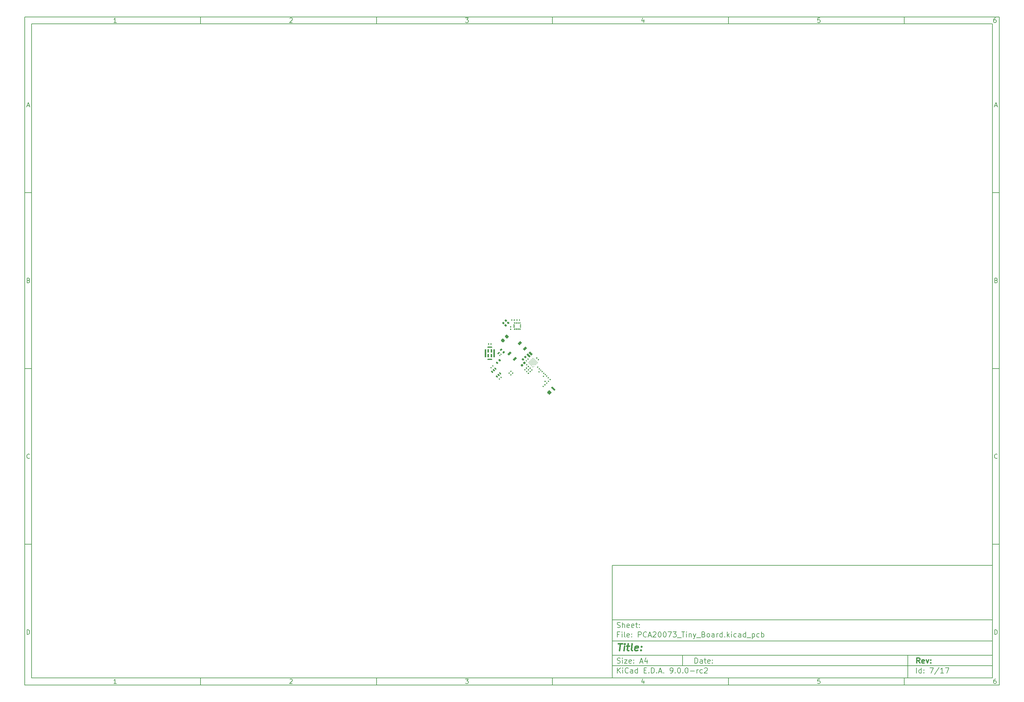
<source format=gbr>
G04 #@! TF.GenerationSoftware,KiCad,Pcbnew,9.0.0-rc2-3baa6cd791~182~ubuntu24.04.1*
G04 #@! TF.CreationDate,2025-02-06T23:09:26-05:00*
G04 #@! TF.ProjectId,PCA20073_Tiny_Board,50434132-3030-4373-935f-54696e795f42,rev?*
G04 #@! TF.SameCoordinates,PX82a22f1PY713a4f2*
G04 #@! TF.FileFunction,Paste,Top*
G04 #@! TF.FilePolarity,Positive*
%FSLAX46Y46*%
G04 Gerber Fmt 4.6, Leading zero omitted, Abs format (unit mm)*
G04 Created by KiCad (PCBNEW 9.0.0-rc2-3baa6cd791~182~ubuntu24.04.1) date 2025-02-06 23:09:26*
%MOMM*%
%LPD*%
G01*
G04 APERTURE LIST*
%ADD10C,0.100000*%
%ADD11C,0.150000*%
%ADD12C,0.300000*%
%ADD13C,0.400000*%
%ADD14C,0.170000*%
G04 APERTURE END LIST*
D10*
D11*
X40023015Y-47279278D02*
X148023015Y-47279278D01*
X148023015Y-79279278D01*
X40023015Y-79279278D01*
X40023015Y-47279278D01*
D10*
D11*
X-126979185Y108727922D02*
X150023015Y108727922D01*
X150023015Y-81279278D01*
X-126979185Y-81279278D01*
X-126979185Y108727922D01*
D10*
D11*
X-124979185Y106727922D02*
X148023015Y106727922D01*
X148023015Y-79279278D01*
X-124979185Y-79279278D01*
X-124979185Y106727922D01*
D10*
D11*
X-76979185Y106727922D02*
X-76979185Y108727922D01*
D10*
D11*
X-26979185Y106727922D02*
X-26979185Y108727922D01*
D10*
D11*
X23020815Y106727922D02*
X23020815Y108727922D01*
D10*
D11*
X73020815Y106727922D02*
X73020815Y108727922D01*
D10*
D11*
X123020815Y106727922D02*
X123020815Y108727922D01*
D10*
D11*
X-100890025Y107134318D02*
X-101632882Y107134318D01*
X-101261454Y107134318D02*
X-101261454Y108434318D01*
X-101261454Y108434318D02*
X-101385263Y108248603D01*
X-101385263Y108248603D02*
X-101509073Y108124794D01*
X-101509073Y108124794D02*
X-101632882Y108062889D01*
D10*
D11*
X-51632882Y108310508D02*
X-51570978Y108372413D01*
X-51570978Y108372413D02*
X-51447168Y108434318D01*
X-51447168Y108434318D02*
X-51137644Y108434318D01*
X-51137644Y108434318D02*
X-51013835Y108372413D01*
X-51013835Y108372413D02*
X-50951930Y108310508D01*
X-50951930Y108310508D02*
X-50890025Y108186699D01*
X-50890025Y108186699D02*
X-50890025Y108062889D01*
X-50890025Y108062889D02*
X-50951930Y107877175D01*
X-50951930Y107877175D02*
X-51694787Y107134318D01*
X-51694787Y107134318D02*
X-50890025Y107134318D01*
D10*
D11*
X-1694787Y108434318D02*
X-890025Y108434318D01*
X-890025Y108434318D02*
X-1323359Y107939080D01*
X-1323359Y107939080D02*
X-1137644Y107939080D01*
X-1137644Y107939080D02*
X-1013835Y107877175D01*
X-1013835Y107877175D02*
X-951930Y107815270D01*
X-951930Y107815270D02*
X-890025Y107691461D01*
X-890025Y107691461D02*
X-890025Y107381937D01*
X-890025Y107381937D02*
X-951930Y107258127D01*
X-951930Y107258127D02*
X-1013835Y107196222D01*
X-1013835Y107196222D02*
X-1137644Y107134318D01*
X-1137644Y107134318D02*
X-1509073Y107134318D01*
X-1509073Y107134318D02*
X-1632882Y107196222D01*
X-1632882Y107196222D02*
X-1694787Y107258127D01*
D10*
D11*
X48986165Y108000984D02*
X48986165Y107134318D01*
X48676641Y108496222D02*
X48367118Y107567651D01*
X48367118Y107567651D02*
X49171879Y107567651D01*
D10*
D11*
X99048070Y108434318D02*
X98429022Y108434318D01*
X98429022Y108434318D02*
X98367118Y107815270D01*
X98367118Y107815270D02*
X98429022Y107877175D01*
X98429022Y107877175D02*
X98552832Y107939080D01*
X98552832Y107939080D02*
X98862356Y107939080D01*
X98862356Y107939080D02*
X98986165Y107877175D01*
X98986165Y107877175D02*
X99048070Y107815270D01*
X99048070Y107815270D02*
X99109975Y107691461D01*
X99109975Y107691461D02*
X99109975Y107381937D01*
X99109975Y107381937D02*
X99048070Y107258127D01*
X99048070Y107258127D02*
X98986165Y107196222D01*
X98986165Y107196222D02*
X98862356Y107134318D01*
X98862356Y107134318D02*
X98552832Y107134318D01*
X98552832Y107134318D02*
X98429022Y107196222D01*
X98429022Y107196222D02*
X98367118Y107258127D01*
D10*
D11*
X148986165Y108434318D02*
X148738546Y108434318D01*
X148738546Y108434318D02*
X148614737Y108372413D01*
X148614737Y108372413D02*
X148552832Y108310508D01*
X148552832Y108310508D02*
X148429022Y108124794D01*
X148429022Y108124794D02*
X148367118Y107877175D01*
X148367118Y107877175D02*
X148367118Y107381937D01*
X148367118Y107381937D02*
X148429022Y107258127D01*
X148429022Y107258127D02*
X148490927Y107196222D01*
X148490927Y107196222D02*
X148614737Y107134318D01*
X148614737Y107134318D02*
X148862356Y107134318D01*
X148862356Y107134318D02*
X148986165Y107196222D01*
X148986165Y107196222D02*
X149048070Y107258127D01*
X149048070Y107258127D02*
X149109975Y107381937D01*
X149109975Y107381937D02*
X149109975Y107691461D01*
X149109975Y107691461D02*
X149048070Y107815270D01*
X149048070Y107815270D02*
X148986165Y107877175D01*
X148986165Y107877175D02*
X148862356Y107939080D01*
X148862356Y107939080D02*
X148614737Y107939080D01*
X148614737Y107939080D02*
X148490927Y107877175D01*
X148490927Y107877175D02*
X148429022Y107815270D01*
X148429022Y107815270D02*
X148367118Y107691461D01*
D10*
D11*
X-76979185Y-79279278D02*
X-76979185Y-81279278D01*
D10*
D11*
X-26979185Y-79279278D02*
X-26979185Y-81279278D01*
D10*
D11*
X23020815Y-79279278D02*
X23020815Y-81279278D01*
D10*
D11*
X73020815Y-79279278D02*
X73020815Y-81279278D01*
D10*
D11*
X123020815Y-79279278D02*
X123020815Y-81279278D01*
D10*
D11*
X-100890025Y-80872882D02*
X-101632882Y-80872882D01*
X-101261454Y-80872882D02*
X-101261454Y-79572882D01*
X-101261454Y-79572882D02*
X-101385263Y-79758597D01*
X-101385263Y-79758597D02*
X-101509073Y-79882406D01*
X-101509073Y-79882406D02*
X-101632882Y-79944311D01*
D10*
D11*
X-51632882Y-79696692D02*
X-51570978Y-79634787D01*
X-51570978Y-79634787D02*
X-51447168Y-79572882D01*
X-51447168Y-79572882D02*
X-51137644Y-79572882D01*
X-51137644Y-79572882D02*
X-51013835Y-79634787D01*
X-51013835Y-79634787D02*
X-50951930Y-79696692D01*
X-50951930Y-79696692D02*
X-50890025Y-79820501D01*
X-50890025Y-79820501D02*
X-50890025Y-79944311D01*
X-50890025Y-79944311D02*
X-50951930Y-80130025D01*
X-50951930Y-80130025D02*
X-51694787Y-80872882D01*
X-51694787Y-80872882D02*
X-50890025Y-80872882D01*
D10*
D11*
X-1694787Y-79572882D02*
X-890025Y-79572882D01*
X-890025Y-79572882D02*
X-1323359Y-80068120D01*
X-1323359Y-80068120D02*
X-1137644Y-80068120D01*
X-1137644Y-80068120D02*
X-1013835Y-80130025D01*
X-1013835Y-80130025D02*
X-951930Y-80191930D01*
X-951930Y-80191930D02*
X-890025Y-80315739D01*
X-890025Y-80315739D02*
X-890025Y-80625263D01*
X-890025Y-80625263D02*
X-951930Y-80749073D01*
X-951930Y-80749073D02*
X-1013835Y-80810978D01*
X-1013835Y-80810978D02*
X-1137644Y-80872882D01*
X-1137644Y-80872882D02*
X-1509073Y-80872882D01*
X-1509073Y-80872882D02*
X-1632882Y-80810978D01*
X-1632882Y-80810978D02*
X-1694787Y-80749073D01*
D10*
D11*
X48986165Y-80006216D02*
X48986165Y-80872882D01*
X48676641Y-79510978D02*
X48367118Y-80439549D01*
X48367118Y-80439549D02*
X49171879Y-80439549D01*
D10*
D11*
X99048070Y-79572882D02*
X98429022Y-79572882D01*
X98429022Y-79572882D02*
X98367118Y-80191930D01*
X98367118Y-80191930D02*
X98429022Y-80130025D01*
X98429022Y-80130025D02*
X98552832Y-80068120D01*
X98552832Y-80068120D02*
X98862356Y-80068120D01*
X98862356Y-80068120D02*
X98986165Y-80130025D01*
X98986165Y-80130025D02*
X99048070Y-80191930D01*
X99048070Y-80191930D02*
X99109975Y-80315739D01*
X99109975Y-80315739D02*
X99109975Y-80625263D01*
X99109975Y-80625263D02*
X99048070Y-80749073D01*
X99048070Y-80749073D02*
X98986165Y-80810978D01*
X98986165Y-80810978D02*
X98862356Y-80872882D01*
X98862356Y-80872882D02*
X98552832Y-80872882D01*
X98552832Y-80872882D02*
X98429022Y-80810978D01*
X98429022Y-80810978D02*
X98367118Y-80749073D01*
D10*
D11*
X148986165Y-79572882D02*
X148738546Y-79572882D01*
X148738546Y-79572882D02*
X148614737Y-79634787D01*
X148614737Y-79634787D02*
X148552832Y-79696692D01*
X148552832Y-79696692D02*
X148429022Y-79882406D01*
X148429022Y-79882406D02*
X148367118Y-80130025D01*
X148367118Y-80130025D02*
X148367118Y-80625263D01*
X148367118Y-80625263D02*
X148429022Y-80749073D01*
X148429022Y-80749073D02*
X148490927Y-80810978D01*
X148490927Y-80810978D02*
X148614737Y-80872882D01*
X148614737Y-80872882D02*
X148862356Y-80872882D01*
X148862356Y-80872882D02*
X148986165Y-80810978D01*
X148986165Y-80810978D02*
X149048070Y-80749073D01*
X149048070Y-80749073D02*
X149109975Y-80625263D01*
X149109975Y-80625263D02*
X149109975Y-80315739D01*
X149109975Y-80315739D02*
X149048070Y-80191930D01*
X149048070Y-80191930D02*
X148986165Y-80130025D01*
X148986165Y-80130025D02*
X148862356Y-80068120D01*
X148862356Y-80068120D02*
X148614737Y-80068120D01*
X148614737Y-80068120D02*
X148490927Y-80130025D01*
X148490927Y-80130025D02*
X148429022Y-80191930D01*
X148429022Y-80191930D02*
X148367118Y-80315739D01*
D10*
D11*
X-126979185Y58727922D02*
X-124979185Y58727922D01*
D10*
D11*
X-126979185Y8727922D02*
X-124979185Y8727922D01*
D10*
D11*
X-126979185Y-41272078D02*
X-124979185Y-41272078D01*
D10*
D11*
X-126288709Y83505746D02*
X-125669662Y83505746D01*
X-126412519Y83134318D02*
X-125979186Y84434318D01*
X-125979186Y84434318D02*
X-125545852Y83134318D01*
D10*
D11*
X-125886328Y33815270D02*
X-125700614Y33753365D01*
X-125700614Y33753365D02*
X-125638709Y33691461D01*
X-125638709Y33691461D02*
X-125576805Y33567651D01*
X-125576805Y33567651D02*
X-125576805Y33381937D01*
X-125576805Y33381937D02*
X-125638709Y33258127D01*
X-125638709Y33258127D02*
X-125700614Y33196222D01*
X-125700614Y33196222D02*
X-125824424Y33134318D01*
X-125824424Y33134318D02*
X-126319662Y33134318D01*
X-126319662Y33134318D02*
X-126319662Y34434318D01*
X-126319662Y34434318D02*
X-125886328Y34434318D01*
X-125886328Y34434318D02*
X-125762519Y34372413D01*
X-125762519Y34372413D02*
X-125700614Y34310508D01*
X-125700614Y34310508D02*
X-125638709Y34186699D01*
X-125638709Y34186699D02*
X-125638709Y34062889D01*
X-125638709Y34062889D02*
X-125700614Y33939080D01*
X-125700614Y33939080D02*
X-125762519Y33877175D01*
X-125762519Y33877175D02*
X-125886328Y33815270D01*
X-125886328Y33815270D02*
X-126319662Y33815270D01*
D10*
D11*
X-125576805Y-16741873D02*
X-125638709Y-16803778D01*
X-125638709Y-16803778D02*
X-125824424Y-16865682D01*
X-125824424Y-16865682D02*
X-125948233Y-16865682D01*
X-125948233Y-16865682D02*
X-126133947Y-16803778D01*
X-126133947Y-16803778D02*
X-126257757Y-16679968D01*
X-126257757Y-16679968D02*
X-126319662Y-16556158D01*
X-126319662Y-16556158D02*
X-126381566Y-16308539D01*
X-126381566Y-16308539D02*
X-126381566Y-16122825D01*
X-126381566Y-16122825D02*
X-126319662Y-15875206D01*
X-126319662Y-15875206D02*
X-126257757Y-15751397D01*
X-126257757Y-15751397D02*
X-126133947Y-15627587D01*
X-126133947Y-15627587D02*
X-125948233Y-15565682D01*
X-125948233Y-15565682D02*
X-125824424Y-15565682D01*
X-125824424Y-15565682D02*
X-125638709Y-15627587D01*
X-125638709Y-15627587D02*
X-125576805Y-15689492D01*
D10*
D11*
X-126319662Y-66865682D02*
X-126319662Y-65565682D01*
X-126319662Y-65565682D02*
X-126010138Y-65565682D01*
X-126010138Y-65565682D02*
X-125824424Y-65627587D01*
X-125824424Y-65627587D02*
X-125700614Y-65751397D01*
X-125700614Y-65751397D02*
X-125638709Y-65875206D01*
X-125638709Y-65875206D02*
X-125576805Y-66122825D01*
X-125576805Y-66122825D02*
X-125576805Y-66308539D01*
X-125576805Y-66308539D02*
X-125638709Y-66556158D01*
X-125638709Y-66556158D02*
X-125700614Y-66679968D01*
X-125700614Y-66679968D02*
X-125824424Y-66803778D01*
X-125824424Y-66803778D02*
X-126010138Y-66865682D01*
X-126010138Y-66865682D02*
X-126319662Y-66865682D01*
D10*
D11*
X150023015Y58727922D02*
X148023015Y58727922D01*
D10*
D11*
X150023015Y8727922D02*
X148023015Y8727922D01*
D10*
D11*
X150023015Y-41272078D02*
X148023015Y-41272078D01*
D10*
D11*
X148713491Y83505746D02*
X149332538Y83505746D01*
X148589681Y83134318D02*
X149023014Y84434318D01*
X149023014Y84434318D02*
X149456348Y83134318D01*
D10*
D11*
X149115872Y33815270D02*
X149301586Y33753365D01*
X149301586Y33753365D02*
X149363491Y33691461D01*
X149363491Y33691461D02*
X149425395Y33567651D01*
X149425395Y33567651D02*
X149425395Y33381937D01*
X149425395Y33381937D02*
X149363491Y33258127D01*
X149363491Y33258127D02*
X149301586Y33196222D01*
X149301586Y33196222D02*
X149177776Y33134318D01*
X149177776Y33134318D02*
X148682538Y33134318D01*
X148682538Y33134318D02*
X148682538Y34434318D01*
X148682538Y34434318D02*
X149115872Y34434318D01*
X149115872Y34434318D02*
X149239681Y34372413D01*
X149239681Y34372413D02*
X149301586Y34310508D01*
X149301586Y34310508D02*
X149363491Y34186699D01*
X149363491Y34186699D02*
X149363491Y34062889D01*
X149363491Y34062889D02*
X149301586Y33939080D01*
X149301586Y33939080D02*
X149239681Y33877175D01*
X149239681Y33877175D02*
X149115872Y33815270D01*
X149115872Y33815270D02*
X148682538Y33815270D01*
D10*
D11*
X149425395Y-16741873D02*
X149363491Y-16803778D01*
X149363491Y-16803778D02*
X149177776Y-16865682D01*
X149177776Y-16865682D02*
X149053967Y-16865682D01*
X149053967Y-16865682D02*
X148868253Y-16803778D01*
X148868253Y-16803778D02*
X148744443Y-16679968D01*
X148744443Y-16679968D02*
X148682538Y-16556158D01*
X148682538Y-16556158D02*
X148620634Y-16308539D01*
X148620634Y-16308539D02*
X148620634Y-16122825D01*
X148620634Y-16122825D02*
X148682538Y-15875206D01*
X148682538Y-15875206D02*
X148744443Y-15751397D01*
X148744443Y-15751397D02*
X148868253Y-15627587D01*
X148868253Y-15627587D02*
X149053967Y-15565682D01*
X149053967Y-15565682D02*
X149177776Y-15565682D01*
X149177776Y-15565682D02*
X149363491Y-15627587D01*
X149363491Y-15627587D02*
X149425395Y-15689492D01*
D10*
D11*
X148682538Y-66865682D02*
X148682538Y-65565682D01*
X148682538Y-65565682D02*
X148992062Y-65565682D01*
X148992062Y-65565682D02*
X149177776Y-65627587D01*
X149177776Y-65627587D02*
X149301586Y-65751397D01*
X149301586Y-65751397D02*
X149363491Y-65875206D01*
X149363491Y-65875206D02*
X149425395Y-66122825D01*
X149425395Y-66122825D02*
X149425395Y-66308539D01*
X149425395Y-66308539D02*
X149363491Y-66556158D01*
X149363491Y-66556158D02*
X149301586Y-66679968D01*
X149301586Y-66679968D02*
X149177776Y-66803778D01*
X149177776Y-66803778D02*
X148992062Y-66865682D01*
X148992062Y-66865682D02*
X148682538Y-66865682D01*
D10*
D11*
X63478841Y-75065406D02*
X63478841Y-73565406D01*
X63478841Y-73565406D02*
X63835984Y-73565406D01*
X63835984Y-73565406D02*
X64050270Y-73636835D01*
X64050270Y-73636835D02*
X64193127Y-73779692D01*
X64193127Y-73779692D02*
X64264556Y-73922549D01*
X64264556Y-73922549D02*
X64335984Y-74208263D01*
X64335984Y-74208263D02*
X64335984Y-74422549D01*
X64335984Y-74422549D02*
X64264556Y-74708263D01*
X64264556Y-74708263D02*
X64193127Y-74851120D01*
X64193127Y-74851120D02*
X64050270Y-74993978D01*
X64050270Y-74993978D02*
X63835984Y-75065406D01*
X63835984Y-75065406D02*
X63478841Y-75065406D01*
X65621699Y-75065406D02*
X65621699Y-74279692D01*
X65621699Y-74279692D02*
X65550270Y-74136835D01*
X65550270Y-74136835D02*
X65407413Y-74065406D01*
X65407413Y-74065406D02*
X65121699Y-74065406D01*
X65121699Y-74065406D02*
X64978841Y-74136835D01*
X65621699Y-74993978D02*
X65478841Y-75065406D01*
X65478841Y-75065406D02*
X65121699Y-75065406D01*
X65121699Y-75065406D02*
X64978841Y-74993978D01*
X64978841Y-74993978D02*
X64907413Y-74851120D01*
X64907413Y-74851120D02*
X64907413Y-74708263D01*
X64907413Y-74708263D02*
X64978841Y-74565406D01*
X64978841Y-74565406D02*
X65121699Y-74493978D01*
X65121699Y-74493978D02*
X65478841Y-74493978D01*
X65478841Y-74493978D02*
X65621699Y-74422549D01*
X66121699Y-74065406D02*
X66693127Y-74065406D01*
X66335984Y-73565406D02*
X66335984Y-74851120D01*
X66335984Y-74851120D02*
X66407413Y-74993978D01*
X66407413Y-74993978D02*
X66550270Y-75065406D01*
X66550270Y-75065406D02*
X66693127Y-75065406D01*
X67764556Y-74993978D02*
X67621699Y-75065406D01*
X67621699Y-75065406D02*
X67335985Y-75065406D01*
X67335985Y-75065406D02*
X67193127Y-74993978D01*
X67193127Y-74993978D02*
X67121699Y-74851120D01*
X67121699Y-74851120D02*
X67121699Y-74279692D01*
X67121699Y-74279692D02*
X67193127Y-74136835D01*
X67193127Y-74136835D02*
X67335985Y-74065406D01*
X67335985Y-74065406D02*
X67621699Y-74065406D01*
X67621699Y-74065406D02*
X67764556Y-74136835D01*
X67764556Y-74136835D02*
X67835985Y-74279692D01*
X67835985Y-74279692D02*
X67835985Y-74422549D01*
X67835985Y-74422549D02*
X67121699Y-74565406D01*
X68478841Y-74922549D02*
X68550270Y-74993978D01*
X68550270Y-74993978D02*
X68478841Y-75065406D01*
X68478841Y-75065406D02*
X68407413Y-74993978D01*
X68407413Y-74993978D02*
X68478841Y-74922549D01*
X68478841Y-74922549D02*
X68478841Y-75065406D01*
X68478841Y-74136835D02*
X68550270Y-74208263D01*
X68550270Y-74208263D02*
X68478841Y-74279692D01*
X68478841Y-74279692D02*
X68407413Y-74208263D01*
X68407413Y-74208263D02*
X68478841Y-74136835D01*
X68478841Y-74136835D02*
X68478841Y-74279692D01*
D10*
D11*
X40023015Y-75779278D02*
X148023015Y-75779278D01*
D10*
D11*
X41478841Y-77865406D02*
X41478841Y-76365406D01*
X42335984Y-77865406D02*
X41693127Y-77008263D01*
X42335984Y-76365406D02*
X41478841Y-77222549D01*
X42978841Y-77865406D02*
X42978841Y-76865406D01*
X42978841Y-76365406D02*
X42907413Y-76436835D01*
X42907413Y-76436835D02*
X42978841Y-76508263D01*
X42978841Y-76508263D02*
X43050270Y-76436835D01*
X43050270Y-76436835D02*
X42978841Y-76365406D01*
X42978841Y-76365406D02*
X42978841Y-76508263D01*
X44550270Y-77722549D02*
X44478842Y-77793978D01*
X44478842Y-77793978D02*
X44264556Y-77865406D01*
X44264556Y-77865406D02*
X44121699Y-77865406D01*
X44121699Y-77865406D02*
X43907413Y-77793978D01*
X43907413Y-77793978D02*
X43764556Y-77651120D01*
X43764556Y-77651120D02*
X43693127Y-77508263D01*
X43693127Y-77508263D02*
X43621699Y-77222549D01*
X43621699Y-77222549D02*
X43621699Y-77008263D01*
X43621699Y-77008263D02*
X43693127Y-76722549D01*
X43693127Y-76722549D02*
X43764556Y-76579692D01*
X43764556Y-76579692D02*
X43907413Y-76436835D01*
X43907413Y-76436835D02*
X44121699Y-76365406D01*
X44121699Y-76365406D02*
X44264556Y-76365406D01*
X44264556Y-76365406D02*
X44478842Y-76436835D01*
X44478842Y-76436835D02*
X44550270Y-76508263D01*
X45835985Y-77865406D02*
X45835985Y-77079692D01*
X45835985Y-77079692D02*
X45764556Y-76936835D01*
X45764556Y-76936835D02*
X45621699Y-76865406D01*
X45621699Y-76865406D02*
X45335985Y-76865406D01*
X45335985Y-76865406D02*
X45193127Y-76936835D01*
X45835985Y-77793978D02*
X45693127Y-77865406D01*
X45693127Y-77865406D02*
X45335985Y-77865406D01*
X45335985Y-77865406D02*
X45193127Y-77793978D01*
X45193127Y-77793978D02*
X45121699Y-77651120D01*
X45121699Y-77651120D02*
X45121699Y-77508263D01*
X45121699Y-77508263D02*
X45193127Y-77365406D01*
X45193127Y-77365406D02*
X45335985Y-77293978D01*
X45335985Y-77293978D02*
X45693127Y-77293978D01*
X45693127Y-77293978D02*
X45835985Y-77222549D01*
X47193128Y-77865406D02*
X47193128Y-76365406D01*
X47193128Y-77793978D02*
X47050270Y-77865406D01*
X47050270Y-77865406D02*
X46764556Y-77865406D01*
X46764556Y-77865406D02*
X46621699Y-77793978D01*
X46621699Y-77793978D02*
X46550270Y-77722549D01*
X46550270Y-77722549D02*
X46478842Y-77579692D01*
X46478842Y-77579692D02*
X46478842Y-77151120D01*
X46478842Y-77151120D02*
X46550270Y-77008263D01*
X46550270Y-77008263D02*
X46621699Y-76936835D01*
X46621699Y-76936835D02*
X46764556Y-76865406D01*
X46764556Y-76865406D02*
X47050270Y-76865406D01*
X47050270Y-76865406D02*
X47193128Y-76936835D01*
X49050270Y-77079692D02*
X49550270Y-77079692D01*
X49764556Y-77865406D02*
X49050270Y-77865406D01*
X49050270Y-77865406D02*
X49050270Y-76365406D01*
X49050270Y-76365406D02*
X49764556Y-76365406D01*
X50407413Y-77722549D02*
X50478842Y-77793978D01*
X50478842Y-77793978D02*
X50407413Y-77865406D01*
X50407413Y-77865406D02*
X50335985Y-77793978D01*
X50335985Y-77793978D02*
X50407413Y-77722549D01*
X50407413Y-77722549D02*
X50407413Y-77865406D01*
X51121699Y-77865406D02*
X51121699Y-76365406D01*
X51121699Y-76365406D02*
X51478842Y-76365406D01*
X51478842Y-76365406D02*
X51693128Y-76436835D01*
X51693128Y-76436835D02*
X51835985Y-76579692D01*
X51835985Y-76579692D02*
X51907414Y-76722549D01*
X51907414Y-76722549D02*
X51978842Y-77008263D01*
X51978842Y-77008263D02*
X51978842Y-77222549D01*
X51978842Y-77222549D02*
X51907414Y-77508263D01*
X51907414Y-77508263D02*
X51835985Y-77651120D01*
X51835985Y-77651120D02*
X51693128Y-77793978D01*
X51693128Y-77793978D02*
X51478842Y-77865406D01*
X51478842Y-77865406D02*
X51121699Y-77865406D01*
X52621699Y-77722549D02*
X52693128Y-77793978D01*
X52693128Y-77793978D02*
X52621699Y-77865406D01*
X52621699Y-77865406D02*
X52550271Y-77793978D01*
X52550271Y-77793978D02*
X52621699Y-77722549D01*
X52621699Y-77722549D02*
X52621699Y-77865406D01*
X53264557Y-77436835D02*
X53978843Y-77436835D01*
X53121700Y-77865406D02*
X53621700Y-76365406D01*
X53621700Y-76365406D02*
X54121700Y-77865406D01*
X54621699Y-77722549D02*
X54693128Y-77793978D01*
X54693128Y-77793978D02*
X54621699Y-77865406D01*
X54621699Y-77865406D02*
X54550271Y-77793978D01*
X54550271Y-77793978D02*
X54621699Y-77722549D01*
X54621699Y-77722549D02*
X54621699Y-77865406D01*
X56550271Y-77865406D02*
X56835985Y-77865406D01*
X56835985Y-77865406D02*
X56978842Y-77793978D01*
X56978842Y-77793978D02*
X57050271Y-77722549D01*
X57050271Y-77722549D02*
X57193128Y-77508263D01*
X57193128Y-77508263D02*
X57264557Y-77222549D01*
X57264557Y-77222549D02*
X57264557Y-76651120D01*
X57264557Y-76651120D02*
X57193128Y-76508263D01*
X57193128Y-76508263D02*
X57121700Y-76436835D01*
X57121700Y-76436835D02*
X56978842Y-76365406D01*
X56978842Y-76365406D02*
X56693128Y-76365406D01*
X56693128Y-76365406D02*
X56550271Y-76436835D01*
X56550271Y-76436835D02*
X56478842Y-76508263D01*
X56478842Y-76508263D02*
X56407414Y-76651120D01*
X56407414Y-76651120D02*
X56407414Y-77008263D01*
X56407414Y-77008263D02*
X56478842Y-77151120D01*
X56478842Y-77151120D02*
X56550271Y-77222549D01*
X56550271Y-77222549D02*
X56693128Y-77293978D01*
X56693128Y-77293978D02*
X56978842Y-77293978D01*
X56978842Y-77293978D02*
X57121700Y-77222549D01*
X57121700Y-77222549D02*
X57193128Y-77151120D01*
X57193128Y-77151120D02*
X57264557Y-77008263D01*
X57907413Y-77722549D02*
X57978842Y-77793978D01*
X57978842Y-77793978D02*
X57907413Y-77865406D01*
X57907413Y-77865406D02*
X57835985Y-77793978D01*
X57835985Y-77793978D02*
X57907413Y-77722549D01*
X57907413Y-77722549D02*
X57907413Y-77865406D01*
X58907414Y-76365406D02*
X59050271Y-76365406D01*
X59050271Y-76365406D02*
X59193128Y-76436835D01*
X59193128Y-76436835D02*
X59264557Y-76508263D01*
X59264557Y-76508263D02*
X59335985Y-76651120D01*
X59335985Y-76651120D02*
X59407414Y-76936835D01*
X59407414Y-76936835D02*
X59407414Y-77293978D01*
X59407414Y-77293978D02*
X59335985Y-77579692D01*
X59335985Y-77579692D02*
X59264557Y-77722549D01*
X59264557Y-77722549D02*
X59193128Y-77793978D01*
X59193128Y-77793978D02*
X59050271Y-77865406D01*
X59050271Y-77865406D02*
X58907414Y-77865406D01*
X58907414Y-77865406D02*
X58764557Y-77793978D01*
X58764557Y-77793978D02*
X58693128Y-77722549D01*
X58693128Y-77722549D02*
X58621699Y-77579692D01*
X58621699Y-77579692D02*
X58550271Y-77293978D01*
X58550271Y-77293978D02*
X58550271Y-76936835D01*
X58550271Y-76936835D02*
X58621699Y-76651120D01*
X58621699Y-76651120D02*
X58693128Y-76508263D01*
X58693128Y-76508263D02*
X58764557Y-76436835D01*
X58764557Y-76436835D02*
X58907414Y-76365406D01*
X60050270Y-77722549D02*
X60121699Y-77793978D01*
X60121699Y-77793978D02*
X60050270Y-77865406D01*
X60050270Y-77865406D02*
X59978842Y-77793978D01*
X59978842Y-77793978D02*
X60050270Y-77722549D01*
X60050270Y-77722549D02*
X60050270Y-77865406D01*
X61050271Y-76365406D02*
X61193128Y-76365406D01*
X61193128Y-76365406D02*
X61335985Y-76436835D01*
X61335985Y-76436835D02*
X61407414Y-76508263D01*
X61407414Y-76508263D02*
X61478842Y-76651120D01*
X61478842Y-76651120D02*
X61550271Y-76936835D01*
X61550271Y-76936835D02*
X61550271Y-77293978D01*
X61550271Y-77293978D02*
X61478842Y-77579692D01*
X61478842Y-77579692D02*
X61407414Y-77722549D01*
X61407414Y-77722549D02*
X61335985Y-77793978D01*
X61335985Y-77793978D02*
X61193128Y-77865406D01*
X61193128Y-77865406D02*
X61050271Y-77865406D01*
X61050271Y-77865406D02*
X60907414Y-77793978D01*
X60907414Y-77793978D02*
X60835985Y-77722549D01*
X60835985Y-77722549D02*
X60764556Y-77579692D01*
X60764556Y-77579692D02*
X60693128Y-77293978D01*
X60693128Y-77293978D02*
X60693128Y-76936835D01*
X60693128Y-76936835D02*
X60764556Y-76651120D01*
X60764556Y-76651120D02*
X60835985Y-76508263D01*
X60835985Y-76508263D02*
X60907414Y-76436835D01*
X60907414Y-76436835D02*
X61050271Y-76365406D01*
X62193127Y-77293978D02*
X63335985Y-77293978D01*
X64050270Y-77865406D02*
X64050270Y-76865406D01*
X64050270Y-77151120D02*
X64121699Y-77008263D01*
X64121699Y-77008263D02*
X64193128Y-76936835D01*
X64193128Y-76936835D02*
X64335985Y-76865406D01*
X64335985Y-76865406D02*
X64478842Y-76865406D01*
X65621699Y-77793978D02*
X65478841Y-77865406D01*
X65478841Y-77865406D02*
X65193127Y-77865406D01*
X65193127Y-77865406D02*
X65050270Y-77793978D01*
X65050270Y-77793978D02*
X64978841Y-77722549D01*
X64978841Y-77722549D02*
X64907413Y-77579692D01*
X64907413Y-77579692D02*
X64907413Y-77151120D01*
X64907413Y-77151120D02*
X64978841Y-77008263D01*
X64978841Y-77008263D02*
X65050270Y-76936835D01*
X65050270Y-76936835D02*
X65193127Y-76865406D01*
X65193127Y-76865406D02*
X65478841Y-76865406D01*
X65478841Y-76865406D02*
X65621699Y-76936835D01*
X66193127Y-76508263D02*
X66264555Y-76436835D01*
X66264555Y-76436835D02*
X66407413Y-76365406D01*
X66407413Y-76365406D02*
X66764555Y-76365406D01*
X66764555Y-76365406D02*
X66907413Y-76436835D01*
X66907413Y-76436835D02*
X66978841Y-76508263D01*
X66978841Y-76508263D02*
X67050270Y-76651120D01*
X67050270Y-76651120D02*
X67050270Y-76793978D01*
X67050270Y-76793978D02*
X66978841Y-77008263D01*
X66978841Y-77008263D02*
X66121698Y-77865406D01*
X66121698Y-77865406D02*
X67050270Y-77865406D01*
D10*
D11*
X40023015Y-72779278D02*
X148023015Y-72779278D01*
D10*
D12*
X127434668Y-75057606D02*
X126934668Y-74343320D01*
X126577525Y-75057606D02*
X126577525Y-73557606D01*
X126577525Y-73557606D02*
X127148954Y-73557606D01*
X127148954Y-73557606D02*
X127291811Y-73629035D01*
X127291811Y-73629035D02*
X127363240Y-73700463D01*
X127363240Y-73700463D02*
X127434668Y-73843320D01*
X127434668Y-73843320D02*
X127434668Y-74057606D01*
X127434668Y-74057606D02*
X127363240Y-74200463D01*
X127363240Y-74200463D02*
X127291811Y-74271892D01*
X127291811Y-74271892D02*
X127148954Y-74343320D01*
X127148954Y-74343320D02*
X126577525Y-74343320D01*
X128648954Y-74986178D02*
X128506097Y-75057606D01*
X128506097Y-75057606D02*
X128220383Y-75057606D01*
X128220383Y-75057606D02*
X128077525Y-74986178D01*
X128077525Y-74986178D02*
X128006097Y-74843320D01*
X128006097Y-74843320D02*
X128006097Y-74271892D01*
X128006097Y-74271892D02*
X128077525Y-74129035D01*
X128077525Y-74129035D02*
X128220383Y-74057606D01*
X128220383Y-74057606D02*
X128506097Y-74057606D01*
X128506097Y-74057606D02*
X128648954Y-74129035D01*
X128648954Y-74129035D02*
X128720383Y-74271892D01*
X128720383Y-74271892D02*
X128720383Y-74414749D01*
X128720383Y-74414749D02*
X128006097Y-74557606D01*
X129220382Y-74057606D02*
X129577525Y-75057606D01*
X129577525Y-75057606D02*
X129934668Y-74057606D01*
X130506096Y-74914749D02*
X130577525Y-74986178D01*
X130577525Y-74986178D02*
X130506096Y-75057606D01*
X130506096Y-75057606D02*
X130434668Y-74986178D01*
X130434668Y-74986178D02*
X130506096Y-74914749D01*
X130506096Y-74914749D02*
X130506096Y-75057606D01*
X130506096Y-74129035D02*
X130577525Y-74200463D01*
X130577525Y-74200463D02*
X130506096Y-74271892D01*
X130506096Y-74271892D02*
X130434668Y-74200463D01*
X130434668Y-74200463D02*
X130506096Y-74129035D01*
X130506096Y-74129035D02*
X130506096Y-74271892D01*
D10*
D11*
X41407413Y-74993978D02*
X41621699Y-75065406D01*
X41621699Y-75065406D02*
X41978841Y-75065406D01*
X41978841Y-75065406D02*
X42121699Y-74993978D01*
X42121699Y-74993978D02*
X42193127Y-74922549D01*
X42193127Y-74922549D02*
X42264556Y-74779692D01*
X42264556Y-74779692D02*
X42264556Y-74636835D01*
X42264556Y-74636835D02*
X42193127Y-74493978D01*
X42193127Y-74493978D02*
X42121699Y-74422549D01*
X42121699Y-74422549D02*
X41978841Y-74351120D01*
X41978841Y-74351120D02*
X41693127Y-74279692D01*
X41693127Y-74279692D02*
X41550270Y-74208263D01*
X41550270Y-74208263D02*
X41478841Y-74136835D01*
X41478841Y-74136835D02*
X41407413Y-73993978D01*
X41407413Y-73993978D02*
X41407413Y-73851120D01*
X41407413Y-73851120D02*
X41478841Y-73708263D01*
X41478841Y-73708263D02*
X41550270Y-73636835D01*
X41550270Y-73636835D02*
X41693127Y-73565406D01*
X41693127Y-73565406D02*
X42050270Y-73565406D01*
X42050270Y-73565406D02*
X42264556Y-73636835D01*
X42907412Y-75065406D02*
X42907412Y-74065406D01*
X42907412Y-73565406D02*
X42835984Y-73636835D01*
X42835984Y-73636835D02*
X42907412Y-73708263D01*
X42907412Y-73708263D02*
X42978841Y-73636835D01*
X42978841Y-73636835D02*
X42907412Y-73565406D01*
X42907412Y-73565406D02*
X42907412Y-73708263D01*
X43478841Y-74065406D02*
X44264556Y-74065406D01*
X44264556Y-74065406D02*
X43478841Y-75065406D01*
X43478841Y-75065406D02*
X44264556Y-75065406D01*
X45407413Y-74993978D02*
X45264556Y-75065406D01*
X45264556Y-75065406D02*
X44978842Y-75065406D01*
X44978842Y-75065406D02*
X44835984Y-74993978D01*
X44835984Y-74993978D02*
X44764556Y-74851120D01*
X44764556Y-74851120D02*
X44764556Y-74279692D01*
X44764556Y-74279692D02*
X44835984Y-74136835D01*
X44835984Y-74136835D02*
X44978842Y-74065406D01*
X44978842Y-74065406D02*
X45264556Y-74065406D01*
X45264556Y-74065406D02*
X45407413Y-74136835D01*
X45407413Y-74136835D02*
X45478842Y-74279692D01*
X45478842Y-74279692D02*
X45478842Y-74422549D01*
X45478842Y-74422549D02*
X44764556Y-74565406D01*
X46121698Y-74922549D02*
X46193127Y-74993978D01*
X46193127Y-74993978D02*
X46121698Y-75065406D01*
X46121698Y-75065406D02*
X46050270Y-74993978D01*
X46050270Y-74993978D02*
X46121698Y-74922549D01*
X46121698Y-74922549D02*
X46121698Y-75065406D01*
X46121698Y-74136835D02*
X46193127Y-74208263D01*
X46193127Y-74208263D02*
X46121698Y-74279692D01*
X46121698Y-74279692D02*
X46050270Y-74208263D01*
X46050270Y-74208263D02*
X46121698Y-74136835D01*
X46121698Y-74136835D02*
X46121698Y-74279692D01*
X47907413Y-74636835D02*
X48621699Y-74636835D01*
X47764556Y-75065406D02*
X48264556Y-73565406D01*
X48264556Y-73565406D02*
X48764556Y-75065406D01*
X49907413Y-74065406D02*
X49907413Y-75065406D01*
X49550270Y-73493978D02*
X49193127Y-74565406D01*
X49193127Y-74565406D02*
X50121698Y-74565406D01*
D10*
D11*
X126478841Y-77865406D02*
X126478841Y-76365406D01*
X127835985Y-77865406D02*
X127835985Y-76365406D01*
X127835985Y-77793978D02*
X127693127Y-77865406D01*
X127693127Y-77865406D02*
X127407413Y-77865406D01*
X127407413Y-77865406D02*
X127264556Y-77793978D01*
X127264556Y-77793978D02*
X127193127Y-77722549D01*
X127193127Y-77722549D02*
X127121699Y-77579692D01*
X127121699Y-77579692D02*
X127121699Y-77151120D01*
X127121699Y-77151120D02*
X127193127Y-77008263D01*
X127193127Y-77008263D02*
X127264556Y-76936835D01*
X127264556Y-76936835D02*
X127407413Y-76865406D01*
X127407413Y-76865406D02*
X127693127Y-76865406D01*
X127693127Y-76865406D02*
X127835985Y-76936835D01*
X128550270Y-77722549D02*
X128621699Y-77793978D01*
X128621699Y-77793978D02*
X128550270Y-77865406D01*
X128550270Y-77865406D02*
X128478842Y-77793978D01*
X128478842Y-77793978D02*
X128550270Y-77722549D01*
X128550270Y-77722549D02*
X128550270Y-77865406D01*
X128550270Y-76936835D02*
X128621699Y-77008263D01*
X128621699Y-77008263D02*
X128550270Y-77079692D01*
X128550270Y-77079692D02*
X128478842Y-77008263D01*
X128478842Y-77008263D02*
X128550270Y-76936835D01*
X128550270Y-76936835D02*
X128550270Y-77079692D01*
X130264556Y-76365406D02*
X131264556Y-76365406D01*
X131264556Y-76365406D02*
X130621699Y-77865406D01*
X132907413Y-76293978D02*
X131621699Y-78222549D01*
X134193128Y-77865406D02*
X133335985Y-77865406D01*
X133764556Y-77865406D02*
X133764556Y-76365406D01*
X133764556Y-76365406D02*
X133621699Y-76579692D01*
X133621699Y-76579692D02*
X133478842Y-76722549D01*
X133478842Y-76722549D02*
X133335985Y-76793978D01*
X134693127Y-76365406D02*
X135693127Y-76365406D01*
X135693127Y-76365406D02*
X135050270Y-77865406D01*
D10*
D11*
X40023015Y-68779278D02*
X148023015Y-68779278D01*
D10*
D13*
X41714743Y-69483716D02*
X42857600Y-69483716D01*
X42036172Y-71483716D02*
X42286172Y-69483716D01*
X43274267Y-71483716D02*
X43440934Y-70150382D01*
X43524267Y-69483716D02*
X43417124Y-69578954D01*
X43417124Y-69578954D02*
X43500458Y-69674192D01*
X43500458Y-69674192D02*
X43607601Y-69578954D01*
X43607601Y-69578954D02*
X43524267Y-69483716D01*
X43524267Y-69483716D02*
X43500458Y-69674192D01*
X44107601Y-70150382D02*
X44869505Y-70150382D01*
X44476648Y-69483716D02*
X44262363Y-71198001D01*
X44262363Y-71198001D02*
X44333791Y-71388478D01*
X44333791Y-71388478D02*
X44512363Y-71483716D01*
X44512363Y-71483716D02*
X44702839Y-71483716D01*
X45655220Y-71483716D02*
X45476648Y-71388478D01*
X45476648Y-71388478D02*
X45405220Y-71198001D01*
X45405220Y-71198001D02*
X45619505Y-69483716D01*
X47190934Y-71388478D02*
X46988553Y-71483716D01*
X46988553Y-71483716D02*
X46607600Y-71483716D01*
X46607600Y-71483716D02*
X46429029Y-71388478D01*
X46429029Y-71388478D02*
X46357600Y-71198001D01*
X46357600Y-71198001D02*
X46452839Y-70436097D01*
X46452839Y-70436097D02*
X46571886Y-70245620D01*
X46571886Y-70245620D02*
X46774267Y-70150382D01*
X46774267Y-70150382D02*
X47155219Y-70150382D01*
X47155219Y-70150382D02*
X47333791Y-70245620D01*
X47333791Y-70245620D02*
X47405219Y-70436097D01*
X47405219Y-70436097D02*
X47381410Y-70626573D01*
X47381410Y-70626573D02*
X46405219Y-70817049D01*
X48155220Y-71293239D02*
X48238553Y-71388478D01*
X48238553Y-71388478D02*
X48131410Y-71483716D01*
X48131410Y-71483716D02*
X48048077Y-71388478D01*
X48048077Y-71388478D02*
X48155220Y-71293239D01*
X48155220Y-71293239D02*
X48131410Y-71483716D01*
X48286172Y-70245620D02*
X48369505Y-70340858D01*
X48369505Y-70340858D02*
X48262363Y-70436097D01*
X48262363Y-70436097D02*
X48179029Y-70340858D01*
X48179029Y-70340858D02*
X48286172Y-70245620D01*
X48286172Y-70245620D02*
X48262363Y-70436097D01*
D10*
D11*
X41978841Y-66879692D02*
X41478841Y-66879692D01*
X41478841Y-67665406D02*
X41478841Y-66165406D01*
X41478841Y-66165406D02*
X42193127Y-66165406D01*
X42764555Y-67665406D02*
X42764555Y-66665406D01*
X42764555Y-66165406D02*
X42693127Y-66236835D01*
X42693127Y-66236835D02*
X42764555Y-66308263D01*
X42764555Y-66308263D02*
X42835984Y-66236835D01*
X42835984Y-66236835D02*
X42764555Y-66165406D01*
X42764555Y-66165406D02*
X42764555Y-66308263D01*
X43693127Y-67665406D02*
X43550270Y-67593978D01*
X43550270Y-67593978D02*
X43478841Y-67451120D01*
X43478841Y-67451120D02*
X43478841Y-66165406D01*
X44835984Y-67593978D02*
X44693127Y-67665406D01*
X44693127Y-67665406D02*
X44407413Y-67665406D01*
X44407413Y-67665406D02*
X44264555Y-67593978D01*
X44264555Y-67593978D02*
X44193127Y-67451120D01*
X44193127Y-67451120D02*
X44193127Y-66879692D01*
X44193127Y-66879692D02*
X44264555Y-66736835D01*
X44264555Y-66736835D02*
X44407413Y-66665406D01*
X44407413Y-66665406D02*
X44693127Y-66665406D01*
X44693127Y-66665406D02*
X44835984Y-66736835D01*
X44835984Y-66736835D02*
X44907413Y-66879692D01*
X44907413Y-66879692D02*
X44907413Y-67022549D01*
X44907413Y-67022549D02*
X44193127Y-67165406D01*
X45550269Y-67522549D02*
X45621698Y-67593978D01*
X45621698Y-67593978D02*
X45550269Y-67665406D01*
X45550269Y-67665406D02*
X45478841Y-67593978D01*
X45478841Y-67593978D02*
X45550269Y-67522549D01*
X45550269Y-67522549D02*
X45550269Y-67665406D01*
X45550269Y-66736835D02*
X45621698Y-66808263D01*
X45621698Y-66808263D02*
X45550269Y-66879692D01*
X45550269Y-66879692D02*
X45478841Y-66808263D01*
X45478841Y-66808263D02*
X45550269Y-66736835D01*
X45550269Y-66736835D02*
X45550269Y-66879692D01*
X47407412Y-67665406D02*
X47407412Y-66165406D01*
X47407412Y-66165406D02*
X47978841Y-66165406D01*
X47978841Y-66165406D02*
X48121698Y-66236835D01*
X48121698Y-66236835D02*
X48193127Y-66308263D01*
X48193127Y-66308263D02*
X48264555Y-66451120D01*
X48264555Y-66451120D02*
X48264555Y-66665406D01*
X48264555Y-66665406D02*
X48193127Y-66808263D01*
X48193127Y-66808263D02*
X48121698Y-66879692D01*
X48121698Y-66879692D02*
X47978841Y-66951120D01*
X47978841Y-66951120D02*
X47407412Y-66951120D01*
X49764555Y-67522549D02*
X49693127Y-67593978D01*
X49693127Y-67593978D02*
X49478841Y-67665406D01*
X49478841Y-67665406D02*
X49335984Y-67665406D01*
X49335984Y-67665406D02*
X49121698Y-67593978D01*
X49121698Y-67593978D02*
X48978841Y-67451120D01*
X48978841Y-67451120D02*
X48907412Y-67308263D01*
X48907412Y-67308263D02*
X48835984Y-67022549D01*
X48835984Y-67022549D02*
X48835984Y-66808263D01*
X48835984Y-66808263D02*
X48907412Y-66522549D01*
X48907412Y-66522549D02*
X48978841Y-66379692D01*
X48978841Y-66379692D02*
X49121698Y-66236835D01*
X49121698Y-66236835D02*
X49335984Y-66165406D01*
X49335984Y-66165406D02*
X49478841Y-66165406D01*
X49478841Y-66165406D02*
X49693127Y-66236835D01*
X49693127Y-66236835D02*
X49764555Y-66308263D01*
X50335984Y-67236835D02*
X51050270Y-67236835D01*
X50193127Y-67665406D02*
X50693127Y-66165406D01*
X50693127Y-66165406D02*
X51193127Y-67665406D01*
X51621698Y-66308263D02*
X51693126Y-66236835D01*
X51693126Y-66236835D02*
X51835984Y-66165406D01*
X51835984Y-66165406D02*
X52193126Y-66165406D01*
X52193126Y-66165406D02*
X52335984Y-66236835D01*
X52335984Y-66236835D02*
X52407412Y-66308263D01*
X52407412Y-66308263D02*
X52478841Y-66451120D01*
X52478841Y-66451120D02*
X52478841Y-66593978D01*
X52478841Y-66593978D02*
X52407412Y-66808263D01*
X52407412Y-66808263D02*
X51550269Y-67665406D01*
X51550269Y-67665406D02*
X52478841Y-67665406D01*
X53407412Y-66165406D02*
X53550269Y-66165406D01*
X53550269Y-66165406D02*
X53693126Y-66236835D01*
X53693126Y-66236835D02*
X53764555Y-66308263D01*
X53764555Y-66308263D02*
X53835983Y-66451120D01*
X53835983Y-66451120D02*
X53907412Y-66736835D01*
X53907412Y-66736835D02*
X53907412Y-67093978D01*
X53907412Y-67093978D02*
X53835983Y-67379692D01*
X53835983Y-67379692D02*
X53764555Y-67522549D01*
X53764555Y-67522549D02*
X53693126Y-67593978D01*
X53693126Y-67593978D02*
X53550269Y-67665406D01*
X53550269Y-67665406D02*
X53407412Y-67665406D01*
X53407412Y-67665406D02*
X53264555Y-67593978D01*
X53264555Y-67593978D02*
X53193126Y-67522549D01*
X53193126Y-67522549D02*
X53121697Y-67379692D01*
X53121697Y-67379692D02*
X53050269Y-67093978D01*
X53050269Y-67093978D02*
X53050269Y-66736835D01*
X53050269Y-66736835D02*
X53121697Y-66451120D01*
X53121697Y-66451120D02*
X53193126Y-66308263D01*
X53193126Y-66308263D02*
X53264555Y-66236835D01*
X53264555Y-66236835D02*
X53407412Y-66165406D01*
X54835983Y-66165406D02*
X54978840Y-66165406D01*
X54978840Y-66165406D02*
X55121697Y-66236835D01*
X55121697Y-66236835D02*
X55193126Y-66308263D01*
X55193126Y-66308263D02*
X55264554Y-66451120D01*
X55264554Y-66451120D02*
X55335983Y-66736835D01*
X55335983Y-66736835D02*
X55335983Y-67093978D01*
X55335983Y-67093978D02*
X55264554Y-67379692D01*
X55264554Y-67379692D02*
X55193126Y-67522549D01*
X55193126Y-67522549D02*
X55121697Y-67593978D01*
X55121697Y-67593978D02*
X54978840Y-67665406D01*
X54978840Y-67665406D02*
X54835983Y-67665406D01*
X54835983Y-67665406D02*
X54693126Y-67593978D01*
X54693126Y-67593978D02*
X54621697Y-67522549D01*
X54621697Y-67522549D02*
X54550268Y-67379692D01*
X54550268Y-67379692D02*
X54478840Y-67093978D01*
X54478840Y-67093978D02*
X54478840Y-66736835D01*
X54478840Y-66736835D02*
X54550268Y-66451120D01*
X54550268Y-66451120D02*
X54621697Y-66308263D01*
X54621697Y-66308263D02*
X54693126Y-66236835D01*
X54693126Y-66236835D02*
X54835983Y-66165406D01*
X55835982Y-66165406D02*
X56835982Y-66165406D01*
X56835982Y-66165406D02*
X56193125Y-67665406D01*
X57264553Y-66165406D02*
X58193125Y-66165406D01*
X58193125Y-66165406D02*
X57693125Y-66736835D01*
X57693125Y-66736835D02*
X57907410Y-66736835D01*
X57907410Y-66736835D02*
X58050268Y-66808263D01*
X58050268Y-66808263D02*
X58121696Y-66879692D01*
X58121696Y-66879692D02*
X58193125Y-67022549D01*
X58193125Y-67022549D02*
X58193125Y-67379692D01*
X58193125Y-67379692D02*
X58121696Y-67522549D01*
X58121696Y-67522549D02*
X58050268Y-67593978D01*
X58050268Y-67593978D02*
X57907410Y-67665406D01*
X57907410Y-67665406D02*
X57478839Y-67665406D01*
X57478839Y-67665406D02*
X57335982Y-67593978D01*
X57335982Y-67593978D02*
X57264553Y-67522549D01*
X58478839Y-67808263D02*
X59621696Y-67808263D01*
X59764553Y-66165406D02*
X60621696Y-66165406D01*
X60193124Y-67665406D02*
X60193124Y-66165406D01*
X61121695Y-67665406D02*
X61121695Y-66665406D01*
X61121695Y-66165406D02*
X61050267Y-66236835D01*
X61050267Y-66236835D02*
X61121695Y-66308263D01*
X61121695Y-66308263D02*
X61193124Y-66236835D01*
X61193124Y-66236835D02*
X61121695Y-66165406D01*
X61121695Y-66165406D02*
X61121695Y-66308263D01*
X61835981Y-66665406D02*
X61835981Y-67665406D01*
X61835981Y-66808263D02*
X61907410Y-66736835D01*
X61907410Y-66736835D02*
X62050267Y-66665406D01*
X62050267Y-66665406D02*
X62264553Y-66665406D01*
X62264553Y-66665406D02*
X62407410Y-66736835D01*
X62407410Y-66736835D02*
X62478839Y-66879692D01*
X62478839Y-66879692D02*
X62478839Y-67665406D01*
X63050267Y-66665406D02*
X63407410Y-67665406D01*
X63764553Y-66665406D02*
X63407410Y-67665406D01*
X63407410Y-67665406D02*
X63264553Y-68022549D01*
X63264553Y-68022549D02*
X63193124Y-68093978D01*
X63193124Y-68093978D02*
X63050267Y-68165406D01*
X63978839Y-67808263D02*
X65121696Y-67808263D01*
X65978838Y-66879692D02*
X66193124Y-66951120D01*
X66193124Y-66951120D02*
X66264553Y-67022549D01*
X66264553Y-67022549D02*
X66335981Y-67165406D01*
X66335981Y-67165406D02*
X66335981Y-67379692D01*
X66335981Y-67379692D02*
X66264553Y-67522549D01*
X66264553Y-67522549D02*
X66193124Y-67593978D01*
X66193124Y-67593978D02*
X66050267Y-67665406D01*
X66050267Y-67665406D02*
X65478838Y-67665406D01*
X65478838Y-67665406D02*
X65478838Y-66165406D01*
X65478838Y-66165406D02*
X65978838Y-66165406D01*
X65978838Y-66165406D02*
X66121696Y-66236835D01*
X66121696Y-66236835D02*
X66193124Y-66308263D01*
X66193124Y-66308263D02*
X66264553Y-66451120D01*
X66264553Y-66451120D02*
X66264553Y-66593978D01*
X66264553Y-66593978D02*
X66193124Y-66736835D01*
X66193124Y-66736835D02*
X66121696Y-66808263D01*
X66121696Y-66808263D02*
X65978838Y-66879692D01*
X65978838Y-66879692D02*
X65478838Y-66879692D01*
X67193124Y-67665406D02*
X67050267Y-67593978D01*
X67050267Y-67593978D02*
X66978838Y-67522549D01*
X66978838Y-67522549D02*
X66907410Y-67379692D01*
X66907410Y-67379692D02*
X66907410Y-66951120D01*
X66907410Y-66951120D02*
X66978838Y-66808263D01*
X66978838Y-66808263D02*
X67050267Y-66736835D01*
X67050267Y-66736835D02*
X67193124Y-66665406D01*
X67193124Y-66665406D02*
X67407410Y-66665406D01*
X67407410Y-66665406D02*
X67550267Y-66736835D01*
X67550267Y-66736835D02*
X67621696Y-66808263D01*
X67621696Y-66808263D02*
X67693124Y-66951120D01*
X67693124Y-66951120D02*
X67693124Y-67379692D01*
X67693124Y-67379692D02*
X67621696Y-67522549D01*
X67621696Y-67522549D02*
X67550267Y-67593978D01*
X67550267Y-67593978D02*
X67407410Y-67665406D01*
X67407410Y-67665406D02*
X67193124Y-67665406D01*
X68978839Y-67665406D02*
X68978839Y-66879692D01*
X68978839Y-66879692D02*
X68907410Y-66736835D01*
X68907410Y-66736835D02*
X68764553Y-66665406D01*
X68764553Y-66665406D02*
X68478839Y-66665406D01*
X68478839Y-66665406D02*
X68335981Y-66736835D01*
X68978839Y-67593978D02*
X68835981Y-67665406D01*
X68835981Y-67665406D02*
X68478839Y-67665406D01*
X68478839Y-67665406D02*
X68335981Y-67593978D01*
X68335981Y-67593978D02*
X68264553Y-67451120D01*
X68264553Y-67451120D02*
X68264553Y-67308263D01*
X68264553Y-67308263D02*
X68335981Y-67165406D01*
X68335981Y-67165406D02*
X68478839Y-67093978D01*
X68478839Y-67093978D02*
X68835981Y-67093978D01*
X68835981Y-67093978D02*
X68978839Y-67022549D01*
X69693124Y-67665406D02*
X69693124Y-66665406D01*
X69693124Y-66951120D02*
X69764553Y-66808263D01*
X69764553Y-66808263D02*
X69835982Y-66736835D01*
X69835982Y-66736835D02*
X69978839Y-66665406D01*
X69978839Y-66665406D02*
X70121696Y-66665406D01*
X71264553Y-67665406D02*
X71264553Y-66165406D01*
X71264553Y-67593978D02*
X71121695Y-67665406D01*
X71121695Y-67665406D02*
X70835981Y-67665406D01*
X70835981Y-67665406D02*
X70693124Y-67593978D01*
X70693124Y-67593978D02*
X70621695Y-67522549D01*
X70621695Y-67522549D02*
X70550267Y-67379692D01*
X70550267Y-67379692D02*
X70550267Y-66951120D01*
X70550267Y-66951120D02*
X70621695Y-66808263D01*
X70621695Y-66808263D02*
X70693124Y-66736835D01*
X70693124Y-66736835D02*
X70835981Y-66665406D01*
X70835981Y-66665406D02*
X71121695Y-66665406D01*
X71121695Y-66665406D02*
X71264553Y-66736835D01*
X71978838Y-67522549D02*
X72050267Y-67593978D01*
X72050267Y-67593978D02*
X71978838Y-67665406D01*
X71978838Y-67665406D02*
X71907410Y-67593978D01*
X71907410Y-67593978D02*
X71978838Y-67522549D01*
X71978838Y-67522549D02*
X71978838Y-67665406D01*
X72693124Y-67665406D02*
X72693124Y-66165406D01*
X72835982Y-67093978D02*
X73264553Y-67665406D01*
X73264553Y-66665406D02*
X72693124Y-67236835D01*
X73907410Y-67665406D02*
X73907410Y-66665406D01*
X73907410Y-66165406D02*
X73835982Y-66236835D01*
X73835982Y-66236835D02*
X73907410Y-66308263D01*
X73907410Y-66308263D02*
X73978839Y-66236835D01*
X73978839Y-66236835D02*
X73907410Y-66165406D01*
X73907410Y-66165406D02*
X73907410Y-66308263D01*
X75264554Y-67593978D02*
X75121696Y-67665406D01*
X75121696Y-67665406D02*
X74835982Y-67665406D01*
X74835982Y-67665406D02*
X74693125Y-67593978D01*
X74693125Y-67593978D02*
X74621696Y-67522549D01*
X74621696Y-67522549D02*
X74550268Y-67379692D01*
X74550268Y-67379692D02*
X74550268Y-66951120D01*
X74550268Y-66951120D02*
X74621696Y-66808263D01*
X74621696Y-66808263D02*
X74693125Y-66736835D01*
X74693125Y-66736835D02*
X74835982Y-66665406D01*
X74835982Y-66665406D02*
X75121696Y-66665406D01*
X75121696Y-66665406D02*
X75264554Y-66736835D01*
X76550268Y-67665406D02*
X76550268Y-66879692D01*
X76550268Y-66879692D02*
X76478839Y-66736835D01*
X76478839Y-66736835D02*
X76335982Y-66665406D01*
X76335982Y-66665406D02*
X76050268Y-66665406D01*
X76050268Y-66665406D02*
X75907410Y-66736835D01*
X76550268Y-67593978D02*
X76407410Y-67665406D01*
X76407410Y-67665406D02*
X76050268Y-67665406D01*
X76050268Y-67665406D02*
X75907410Y-67593978D01*
X75907410Y-67593978D02*
X75835982Y-67451120D01*
X75835982Y-67451120D02*
X75835982Y-67308263D01*
X75835982Y-67308263D02*
X75907410Y-67165406D01*
X75907410Y-67165406D02*
X76050268Y-67093978D01*
X76050268Y-67093978D02*
X76407410Y-67093978D01*
X76407410Y-67093978D02*
X76550268Y-67022549D01*
X77907411Y-67665406D02*
X77907411Y-66165406D01*
X77907411Y-67593978D02*
X77764553Y-67665406D01*
X77764553Y-67665406D02*
X77478839Y-67665406D01*
X77478839Y-67665406D02*
X77335982Y-67593978D01*
X77335982Y-67593978D02*
X77264553Y-67522549D01*
X77264553Y-67522549D02*
X77193125Y-67379692D01*
X77193125Y-67379692D02*
X77193125Y-66951120D01*
X77193125Y-66951120D02*
X77264553Y-66808263D01*
X77264553Y-66808263D02*
X77335982Y-66736835D01*
X77335982Y-66736835D02*
X77478839Y-66665406D01*
X77478839Y-66665406D02*
X77764553Y-66665406D01*
X77764553Y-66665406D02*
X77907411Y-66736835D01*
X78264554Y-67808263D02*
X79407411Y-67808263D01*
X79764553Y-66665406D02*
X79764553Y-68165406D01*
X79764553Y-66736835D02*
X79907411Y-66665406D01*
X79907411Y-66665406D02*
X80193125Y-66665406D01*
X80193125Y-66665406D02*
X80335982Y-66736835D01*
X80335982Y-66736835D02*
X80407411Y-66808263D01*
X80407411Y-66808263D02*
X80478839Y-66951120D01*
X80478839Y-66951120D02*
X80478839Y-67379692D01*
X80478839Y-67379692D02*
X80407411Y-67522549D01*
X80407411Y-67522549D02*
X80335982Y-67593978D01*
X80335982Y-67593978D02*
X80193125Y-67665406D01*
X80193125Y-67665406D02*
X79907411Y-67665406D01*
X79907411Y-67665406D02*
X79764553Y-67593978D01*
X81764554Y-67593978D02*
X81621696Y-67665406D01*
X81621696Y-67665406D02*
X81335982Y-67665406D01*
X81335982Y-67665406D02*
X81193125Y-67593978D01*
X81193125Y-67593978D02*
X81121696Y-67522549D01*
X81121696Y-67522549D02*
X81050268Y-67379692D01*
X81050268Y-67379692D02*
X81050268Y-66951120D01*
X81050268Y-66951120D02*
X81121696Y-66808263D01*
X81121696Y-66808263D02*
X81193125Y-66736835D01*
X81193125Y-66736835D02*
X81335982Y-66665406D01*
X81335982Y-66665406D02*
X81621696Y-66665406D01*
X81621696Y-66665406D02*
X81764554Y-66736835D01*
X82407410Y-67665406D02*
X82407410Y-66165406D01*
X82407410Y-66736835D02*
X82550268Y-66665406D01*
X82550268Y-66665406D02*
X82835982Y-66665406D01*
X82835982Y-66665406D02*
X82978839Y-66736835D01*
X82978839Y-66736835D02*
X83050268Y-66808263D01*
X83050268Y-66808263D02*
X83121696Y-66951120D01*
X83121696Y-66951120D02*
X83121696Y-67379692D01*
X83121696Y-67379692D02*
X83050268Y-67522549D01*
X83050268Y-67522549D02*
X82978839Y-67593978D01*
X82978839Y-67593978D02*
X82835982Y-67665406D01*
X82835982Y-67665406D02*
X82550268Y-67665406D01*
X82550268Y-67665406D02*
X82407410Y-67593978D01*
D10*
D11*
X40023015Y-62779278D02*
X148023015Y-62779278D01*
D10*
D11*
X41407413Y-64893978D02*
X41621699Y-64965406D01*
X41621699Y-64965406D02*
X41978841Y-64965406D01*
X41978841Y-64965406D02*
X42121699Y-64893978D01*
X42121699Y-64893978D02*
X42193127Y-64822549D01*
X42193127Y-64822549D02*
X42264556Y-64679692D01*
X42264556Y-64679692D02*
X42264556Y-64536835D01*
X42264556Y-64536835D02*
X42193127Y-64393978D01*
X42193127Y-64393978D02*
X42121699Y-64322549D01*
X42121699Y-64322549D02*
X41978841Y-64251120D01*
X41978841Y-64251120D02*
X41693127Y-64179692D01*
X41693127Y-64179692D02*
X41550270Y-64108263D01*
X41550270Y-64108263D02*
X41478841Y-64036835D01*
X41478841Y-64036835D02*
X41407413Y-63893978D01*
X41407413Y-63893978D02*
X41407413Y-63751120D01*
X41407413Y-63751120D02*
X41478841Y-63608263D01*
X41478841Y-63608263D02*
X41550270Y-63536835D01*
X41550270Y-63536835D02*
X41693127Y-63465406D01*
X41693127Y-63465406D02*
X42050270Y-63465406D01*
X42050270Y-63465406D02*
X42264556Y-63536835D01*
X42907412Y-64965406D02*
X42907412Y-63465406D01*
X43550270Y-64965406D02*
X43550270Y-64179692D01*
X43550270Y-64179692D02*
X43478841Y-64036835D01*
X43478841Y-64036835D02*
X43335984Y-63965406D01*
X43335984Y-63965406D02*
X43121698Y-63965406D01*
X43121698Y-63965406D02*
X42978841Y-64036835D01*
X42978841Y-64036835D02*
X42907412Y-64108263D01*
X44835984Y-64893978D02*
X44693127Y-64965406D01*
X44693127Y-64965406D02*
X44407413Y-64965406D01*
X44407413Y-64965406D02*
X44264555Y-64893978D01*
X44264555Y-64893978D02*
X44193127Y-64751120D01*
X44193127Y-64751120D02*
X44193127Y-64179692D01*
X44193127Y-64179692D02*
X44264555Y-64036835D01*
X44264555Y-64036835D02*
X44407413Y-63965406D01*
X44407413Y-63965406D02*
X44693127Y-63965406D01*
X44693127Y-63965406D02*
X44835984Y-64036835D01*
X44835984Y-64036835D02*
X44907413Y-64179692D01*
X44907413Y-64179692D02*
X44907413Y-64322549D01*
X44907413Y-64322549D02*
X44193127Y-64465406D01*
X46121698Y-64893978D02*
X45978841Y-64965406D01*
X45978841Y-64965406D02*
X45693127Y-64965406D01*
X45693127Y-64965406D02*
X45550269Y-64893978D01*
X45550269Y-64893978D02*
X45478841Y-64751120D01*
X45478841Y-64751120D02*
X45478841Y-64179692D01*
X45478841Y-64179692D02*
X45550269Y-64036835D01*
X45550269Y-64036835D02*
X45693127Y-63965406D01*
X45693127Y-63965406D02*
X45978841Y-63965406D01*
X45978841Y-63965406D02*
X46121698Y-64036835D01*
X46121698Y-64036835D02*
X46193127Y-64179692D01*
X46193127Y-64179692D02*
X46193127Y-64322549D01*
X46193127Y-64322549D02*
X45478841Y-64465406D01*
X46621698Y-63965406D02*
X47193126Y-63965406D01*
X46835983Y-63465406D02*
X46835983Y-64751120D01*
X46835983Y-64751120D02*
X46907412Y-64893978D01*
X46907412Y-64893978D02*
X47050269Y-64965406D01*
X47050269Y-64965406D02*
X47193126Y-64965406D01*
X47693126Y-64822549D02*
X47764555Y-64893978D01*
X47764555Y-64893978D02*
X47693126Y-64965406D01*
X47693126Y-64965406D02*
X47621698Y-64893978D01*
X47621698Y-64893978D02*
X47693126Y-64822549D01*
X47693126Y-64822549D02*
X47693126Y-64965406D01*
X47693126Y-64036835D02*
X47764555Y-64108263D01*
X47764555Y-64108263D02*
X47693126Y-64179692D01*
X47693126Y-64179692D02*
X47621698Y-64108263D01*
X47621698Y-64108263D02*
X47693126Y-64036835D01*
X47693126Y-64036835D02*
X47693126Y-64179692D01*
D10*
D11*
X60023015Y-72779278D02*
X60023015Y-75779278D01*
D10*
D11*
X124023015Y-72779278D02*
X124023015Y-79279278D01*
D14*
X17518863Y9149264D03*
X17306731Y9361396D03*
X17094599Y9573528D03*
X16882467Y9785660D03*
X16670335Y9997792D03*
X16458203Y10209924D03*
X16246071Y10422056D03*
X17730995Y9361396D03*
X17306731Y9785660D03*
X17094599Y9997792D03*
X16882467Y10209924D03*
X16670335Y10422056D03*
X16458203Y10634188D03*
X17730995Y9785660D03*
X17518863Y9997792D03*
X17306731Y10209924D03*
X17094599Y10422056D03*
X16882467Y10634188D03*
X16670335Y10846320D03*
X18155259Y9785660D03*
X17943127Y9997792D03*
X17730995Y10209924D03*
X17518863Y10422056D03*
X17306731Y10634188D03*
X17094599Y10846320D03*
X16882467Y11058452D03*
X18367391Y9997792D03*
X18155259Y10209924D03*
X17943127Y10422056D03*
X17730995Y10634188D03*
X17518863Y10846320D03*
X17306731Y11058452D03*
X17094599Y11270584D03*
X18579523Y10209924D03*
X18367391Y10422056D03*
X18155259Y10634188D03*
X17943127Y10846320D03*
X17730995Y11058452D03*
X17518863Y11270584D03*
X17306731Y11482716D03*
X18791655Y10422056D03*
X18579523Y10634188D03*
X18367391Y10846320D03*
X18155259Y11058452D03*
X17943127Y11270584D03*
X17730995Y11482716D03*
X17518863Y11694849D03*
G36*
G01*
X22406597Y5776153D02*
X22548725Y5634025D01*
G75*
G02*
X22548725Y5521595I-56215J-56215D01*
G01*
X22436295Y5409165D01*
G75*
G02*
X22323865Y5409165I-56215J56215D01*
G01*
X22181737Y5551293D01*
G75*
G02*
X22181737Y5663723I56215J56215D01*
G01*
X22294167Y5776153D01*
G75*
G02*
X22406597Y5776153I56215J-56215D01*
G01*
G37*
G36*
G01*
X21918693Y5288249D02*
X22060821Y5146121D01*
G75*
G02*
X22060821Y5033691I-56215J-56215D01*
G01*
X21948391Y4921261D01*
G75*
G02*
X21835961Y4921261I-56215J56215D01*
G01*
X21693833Y5063389D01*
G75*
G02*
X21693833Y5175819I56215J56215D01*
G01*
X21806263Y5288249D01*
G75*
G02*
X21918693Y5288249I56215J-56215D01*
G01*
G37*
G36*
G01*
X15997240Y8389054D02*
X16139368Y8531182D01*
G75*
G02*
X16251798Y8531182I56215J-56215D01*
G01*
X16364228Y8418752D01*
G75*
G02*
X16364228Y8306322I-56215J-56215D01*
G01*
X16222100Y8164194D01*
G75*
G02*
X16109670Y8164194I-56215J56215D01*
G01*
X15997240Y8276624D01*
G75*
G02*
X15997240Y8389054I56215J56215D01*
G01*
G37*
G36*
G01*
X16485144Y7901150D02*
X16627272Y8043278D01*
G75*
G02*
X16739702Y8043278I56215J-56215D01*
G01*
X16852132Y7930848D01*
G75*
G02*
X16852132Y7818418I-56215J-56215D01*
G01*
X16710004Y7676290D01*
G75*
G02*
X16597574Y7676290I-56215J56215D01*
G01*
X16485144Y7788720D01*
G75*
G02*
X16485144Y7901150I56215J56215D01*
G01*
G37*
G36*
G01*
X20914602Y4284157D02*
X21056730Y4142029D01*
G75*
G02*
X21056730Y4029599I-56215J-56215D01*
G01*
X20944300Y3917169D01*
G75*
G02*
X20831870Y3917169I-56215J56215D01*
G01*
X20689742Y4059297D01*
G75*
G02*
X20689742Y4171727I56215J56215D01*
G01*
X20802172Y4284157D01*
G75*
G02*
X20914602Y4284157I56215J-56215D01*
G01*
G37*
G36*
G01*
X20426698Y3796253D02*
X20568826Y3654125D01*
G75*
G02*
X20568826Y3541695I-56215J-56215D01*
G01*
X20456396Y3429265D01*
G75*
G02*
X20343966Y3429265I-56215J56215D01*
G01*
X20201838Y3571393D01*
G75*
G02*
X20201838Y3683823I56215J56215D01*
G01*
X20314268Y3796253D01*
G75*
G02*
X20426698Y3796253I56215J-56215D01*
G01*
G37*
G36*
G01*
X11025269Y20737304D02*
X11226269Y20737304D01*
G75*
G02*
X11305769Y20657804I0J-79500D01*
G01*
X11305769Y20498804D01*
G75*
G02*
X11226269Y20419304I-79500J0D01*
G01*
X11025269Y20419304D01*
G75*
G02*
X10945769Y20498804I0J79500D01*
G01*
X10945769Y20657804D01*
G75*
G02*
X11025269Y20737304I79500J0D01*
G01*
G37*
G36*
G01*
X11025269Y20047304D02*
X11226269Y20047304D01*
G75*
G02*
X11305769Y19967804I0J-79500D01*
G01*
X11305769Y19808804D01*
G75*
G02*
X11226269Y19729304I-79500J0D01*
G01*
X11025269Y19729304D01*
G75*
G02*
X10945769Y19808804I0J79500D01*
G01*
X10945769Y19967804D01*
G75*
G02*
X11025269Y20047304I79500J0D01*
G01*
G37*
G36*
G01*
X10492908Y22025819D02*
X10754537Y21764190D01*
G75*
G02*
X10754537Y21573272I-95459J-95459D01*
G01*
X10563618Y21382353D01*
G75*
G02*
X10372700Y21382353I-95459J95459D01*
G01*
X10111071Y21643982D01*
G75*
G02*
X10111071Y21834900I95459J95459D01*
G01*
X10301990Y22025819D01*
G75*
G02*
X10492908Y22025819I95459J-95459D01*
G01*
G37*
G36*
G01*
X9771660Y21304571D02*
X10033289Y21042942D01*
G75*
G02*
X10033289Y20852024I-95459J-95459D01*
G01*
X9842370Y20661105D01*
G75*
G02*
X9651452Y20661105I-95459J95459D01*
G01*
X9389823Y20922734D01*
G75*
G02*
X9389823Y21113652I95459J95459D01*
G01*
X9580742Y21304571D01*
G75*
G02*
X9771660Y21304571I95459J-95459D01*
G01*
G37*
G36*
G01*
X21149361Y6631045D02*
X21291489Y6773173D01*
G75*
G02*
X21403919Y6773173I56215J-56215D01*
G01*
X21516349Y6660743D01*
G75*
G02*
X21516349Y6548313I-56215J-56215D01*
G01*
X21374221Y6406185D01*
G75*
G02*
X21261791Y6406185I-56215J56215D01*
G01*
X21149361Y6518615D01*
G75*
G02*
X21149361Y6631045I56215J56215D01*
G01*
G37*
G36*
G01*
X21637265Y6143141D02*
X21779393Y6285269D01*
G75*
G02*
X21891823Y6285269I56215J-56215D01*
G01*
X22004253Y6172839D01*
G75*
G02*
X22004253Y6060409I-56215J-56215D01*
G01*
X21862125Y5918281D01*
G75*
G02*
X21749695Y5918281I-56215J56215D01*
G01*
X21637265Y6030711D01*
G75*
G02*
X21637265Y6143141I56215J56215D01*
G01*
G37*
G36*
G01*
X14269778Y9325263D02*
X14025826Y9569215D01*
G75*
G02*
X14025826Y9777811I104298J104298D01*
G01*
X14234422Y9986407D01*
G75*
G02*
X14443018Y9986407I104298J-104298D01*
G01*
X14686970Y9742455D01*
G75*
G02*
X14686970Y9533859I-104298J-104298D01*
G01*
X14478374Y9325263D01*
G75*
G02*
X14269778Y9325263I-104298J104298D01*
G01*
G37*
G36*
G01*
X14955672Y10011157D02*
X14711720Y10255109D01*
G75*
G02*
X14711720Y10463705I104298J104298D01*
G01*
X14920316Y10672301D01*
G75*
G02*
X15128912Y10672301I104298J-104298D01*
G01*
X15372864Y10428349D01*
G75*
G02*
X15372864Y10219753I-104298J-104298D01*
G01*
X15164268Y10011157D01*
G75*
G02*
X14955672Y10011157I-104298J104298D01*
G01*
G37*
G36*
G01*
X16364228Y9296271D02*
X16222100Y9154143D01*
G75*
G02*
X16109670Y9154143I-56215J56215D01*
G01*
X15997240Y9266573D01*
G75*
G02*
X15997240Y9379003I56215J56215D01*
G01*
X16139368Y9521131D01*
G75*
G02*
X16251798Y9521131I56215J-56215D01*
G01*
X16364228Y9408701D01*
G75*
G02*
X16364228Y9296271I-56215J-56215D01*
G01*
G37*
G36*
G01*
X15876324Y9784175D02*
X15734196Y9642047D01*
G75*
G02*
X15621766Y9642047I-56215J56215D01*
G01*
X15509336Y9754477D01*
G75*
G02*
X15509336Y9866907I56215J56215D01*
G01*
X15651464Y10009035D01*
G75*
G02*
X15763894Y10009035I56215J-56215D01*
G01*
X15876324Y9896605D01*
G75*
G02*
X15876324Y9784175I-56215J-56215D01*
G01*
G37*
G36*
G01*
X15382552Y12327850D02*
X15622968Y12087434D01*
G75*
G02*
X15622968Y11889444I-98995J-98995D01*
G01*
X15424978Y11691454D01*
G75*
G02*
X15226988Y11691454I-98995J98995D01*
G01*
X14986572Y11931870D01*
G75*
G02*
X14986572Y12129860I98995J98995D01*
G01*
X15184562Y12327850D01*
G75*
G02*
X15382552Y12327850I98995J-98995D01*
G01*
G37*
G36*
G01*
X14703730Y11649028D02*
X14944146Y11408612D01*
G75*
G02*
X14944146Y11210622I-98995J-98995D01*
G01*
X14746156Y11012632D01*
G75*
G02*
X14548166Y11012632I-98995J98995D01*
G01*
X14307750Y11253048D01*
G75*
G02*
X14307750Y11451038I98995J98995D01*
G01*
X14505740Y11649028D01*
G75*
G02*
X14703730Y11649028I98995J-98995D01*
G01*
G37*
G36*
G01*
X9828227Y22690499D02*
X10089856Y22428870D01*
G75*
G02*
X10089856Y22237952I-95459J-95459D01*
G01*
X9898937Y22047033D01*
G75*
G02*
X9708019Y22047033I-95459J95459D01*
G01*
X9446390Y22308662D01*
G75*
G02*
X9446390Y22499580I95459J95459D01*
G01*
X9637309Y22690499D01*
G75*
G02*
X9828227Y22690499I95459J-95459D01*
G01*
G37*
G36*
G01*
X9106979Y21969251D02*
X9368608Y21707622D01*
G75*
G02*
X9368608Y21516704I-95459J-95459D01*
G01*
X9177689Y21325785D01*
G75*
G02*
X8986771Y21325785I-95459J95459D01*
G01*
X8725142Y21587414D01*
G75*
G02*
X8725142Y21778332I95459J95459D01*
G01*
X8916061Y21969251D01*
G75*
G02*
X9106979Y21969251I95459J-95459D01*
G01*
G37*
G36*
G01*
X12785516Y22409688D02*
X12785516Y22610688D01*
G75*
G02*
X12865016Y22690188I79500J0D01*
G01*
X13024016Y22690188D01*
G75*
G02*
X13103516Y22610688I0J-79500D01*
G01*
X13103516Y22409688D01*
G75*
G02*
X13024016Y22330188I-79500J0D01*
G01*
X12865016Y22330188D01*
G75*
G02*
X12785516Y22409688I0J79500D01*
G01*
G37*
G36*
G01*
X13475516Y22409688D02*
X13475516Y22610688D01*
G75*
G02*
X13555016Y22690188I79500J0D01*
G01*
X13714016Y22690188D01*
G75*
G02*
X13793516Y22610688I0J-79500D01*
G01*
X13793516Y22409688D01*
G75*
G02*
X13714016Y22330188I-79500J0D01*
G01*
X13555016Y22330188D01*
G75*
G02*
X13475516Y22409688I0J79500D01*
G01*
G37*
G36*
G01*
X16130176Y11585883D02*
X16272304Y11443755D01*
G75*
G02*
X16272304Y11331325I-56215J-56215D01*
G01*
X16159874Y11218895D01*
G75*
G02*
X16047444Y11218895I-56215J56215D01*
G01*
X15905316Y11361023D01*
G75*
G02*
X15905316Y11473453I56215J56215D01*
G01*
X16017746Y11585883D01*
G75*
G02*
X16130176Y11585883I56215J-56215D01*
G01*
G37*
G36*
G01*
X15642272Y11097979D02*
X15784400Y10955851D01*
G75*
G02*
X15784400Y10843421I-56215J-56215D01*
G01*
X15671970Y10730991D01*
G75*
G02*
X15559540Y10730991I-56215J56215D01*
G01*
X15417412Y10873119D01*
G75*
G02*
X15417412Y10985549I56215J56215D01*
G01*
X15529842Y11097979D01*
G75*
G02*
X15642272Y11097979I56215J-56215D01*
G01*
G37*
G36*
G01*
X11009450Y7946264D02*
X11151578Y8088392D01*
G75*
G02*
X11264008Y8088392I56215J-56215D01*
G01*
X11376438Y7975962D01*
G75*
G02*
X11376438Y7863532I-56215J-56215D01*
G01*
X11234310Y7721404D01*
G75*
G02*
X11121880Y7721404I-56215J56215D01*
G01*
X11009450Y7833834D01*
G75*
G02*
X11009450Y7946264I56215J56215D01*
G01*
G37*
G36*
G01*
X11497354Y7458360D02*
X11639482Y7600488D01*
G75*
G02*
X11751912Y7600488I56215J-56215D01*
G01*
X11864342Y7488058D01*
G75*
G02*
X11864342Y7375628I-56215J-56215D01*
G01*
X11722214Y7233500D01*
G75*
G02*
X11609784Y7233500I-56215J56215D01*
G01*
X11497354Y7345930D01*
G75*
G02*
X11497354Y7458360I56215J56215D01*
G01*
G37*
G36*
G01*
X22994556Y3584475D02*
X23807729Y2771302D01*
G75*
G02*
X23807729Y2665236I-53033J-53033D01*
G01*
X23560242Y2417749D01*
G75*
G02*
X23454176Y2417749I-53033J53033D01*
G01*
X22641003Y3230922D01*
G75*
G02*
X22641003Y3336988I53033J53033D01*
G01*
X22888490Y3584475D01*
G75*
G02*
X22994556Y3584475I53033J-53033D01*
G01*
G37*
G36*
G01*
X22234416Y2506137D02*
X22729391Y2011162D01*
G75*
G02*
X22729391Y1799030I-106066J-106066D01*
G01*
X22234416Y1304055D01*
G75*
G02*
X22022284Y1304055I-106066J106066D01*
G01*
X21527309Y1799030D01*
G75*
G02*
X21527309Y2011162I106066J106066D01*
G01*
X22022284Y2506137D01*
G75*
G02*
X22234416Y2506137I106066J-106066D01*
G01*
G37*
G36*
G01*
X6100715Y9665240D02*
X6242843Y9523112D01*
G75*
G02*
X6242843Y9410682I-56215J-56215D01*
G01*
X6130413Y9298252D01*
G75*
G02*
X6017983Y9298252I-56215J56215D01*
G01*
X5875855Y9440380D01*
G75*
G02*
X5875855Y9552810I56215J56215D01*
G01*
X5988285Y9665240D01*
G75*
G02*
X6100715Y9665240I56215J-56215D01*
G01*
G37*
G36*
G01*
X5612811Y9177336D02*
X5754939Y9035208D01*
G75*
G02*
X5754939Y8922778I-56215J-56215D01*
G01*
X5642509Y8810348D01*
G75*
G02*
X5530079Y8810348I-56215J56215D01*
G01*
X5387951Y8952476D01*
G75*
G02*
X5387951Y9064906I56215J56215D01*
G01*
X5500381Y9177336D01*
G75*
G02*
X5612811Y9177336I56215J-56215D01*
G01*
G37*
G36*
X16408902Y11867184D02*
G01*
X15621185Y12654901D01*
X16027772Y13061488D01*
X16815489Y12273771D01*
X16408902Y11867184D01*
G37*
G36*
X16992266Y12450548D02*
G01*
X16204549Y13238265D01*
X16611136Y13644852D01*
X17398853Y12857135D01*
X16992266Y12450548D01*
G37*
G36*
G01*
X7877673Y5543515D02*
X7735545Y5685643D01*
G75*
G02*
X7735545Y5798073I56215J56215D01*
G01*
X7847975Y5910503D01*
G75*
G02*
X7960405Y5910503I56215J-56215D01*
G01*
X8102533Y5768375D01*
G75*
G02*
X8102533Y5655945I-56215J-56215D01*
G01*
X7990103Y5543515D01*
G75*
G02*
X7877673Y5543515I-56215J56215D01*
G01*
G37*
G36*
G01*
X8365577Y6031419D02*
X8223449Y6173547D01*
G75*
G02*
X8223449Y6285977I56215J56215D01*
G01*
X8335879Y6398407D01*
G75*
G02*
X8448309Y6398407I56215J-56215D01*
G01*
X8590437Y6256279D01*
G75*
G02*
X8590437Y6143849I-56215J-56215D01*
G01*
X8478007Y6031419D01*
G75*
G02*
X8365577Y6031419I-56215J56215D01*
G01*
G37*
G36*
G01*
X8060460Y11405075D02*
X8322089Y11143446D01*
G75*
G02*
X8322089Y10952528I-95459J-95459D01*
G01*
X8131170Y10761609D01*
G75*
G02*
X7940252Y10761609I-95459J95459D01*
G01*
X7678623Y11023238D01*
G75*
G02*
X7678623Y11214156I95459J95459D01*
G01*
X7869542Y11405075D01*
G75*
G02*
X8060460Y11405075I95459J-95459D01*
G01*
G37*
G36*
G01*
X7339212Y10683827D02*
X7600841Y10422198D01*
G75*
G02*
X7600841Y10231280I-95459J-95459D01*
G01*
X7409922Y10040361D01*
G75*
G02*
X7219004Y10040361I-95459J95459D01*
G01*
X6957375Y10301990D01*
G75*
G02*
X6957375Y10492908I95459J95459D01*
G01*
X7148294Y10683827D01*
G75*
G02*
X7339212Y10683827I95459J-95459D01*
G01*
G37*
G36*
G01*
X15502265Y7894079D02*
X15644393Y8036207D01*
G75*
G02*
X15756823Y8036207I56215J-56215D01*
G01*
X15869253Y7923777D01*
G75*
G02*
X15869253Y7811347I-56215J-56215D01*
G01*
X15727125Y7669219D01*
G75*
G02*
X15614695Y7669219I-56215J56215D01*
G01*
X15502265Y7781649D01*
G75*
G02*
X15502265Y7894079I56215J56215D01*
G01*
G37*
G36*
G01*
X15990169Y7406175D02*
X16132297Y7548303D01*
G75*
G02*
X16244727Y7548303I56215J-56215D01*
G01*
X16357157Y7435873D01*
G75*
G02*
X16357157Y7323443I-56215J-56215D01*
G01*
X16215029Y7181315D01*
G75*
G02*
X16102599Y7181315I-56215J56215D01*
G01*
X15990169Y7293745D01*
G75*
G02*
X15990169Y7406175I56215J56215D01*
G01*
G37*
G36*
G01*
X8800271Y16216053D02*
X8437878Y16578446D01*
G75*
G02*
X8437878Y16887806I154680J154680D01*
G01*
X8747237Y17197165D01*
G75*
G02*
X9056597Y17197165I154680J-154680D01*
G01*
X9418990Y16834772D01*
G75*
G02*
X9418990Y16525412I-154680J-154680D01*
G01*
X9109631Y16216053D01*
G75*
G02*
X8800271Y16216053I-154680J154680D01*
G01*
G37*
G36*
G01*
X9913965Y17329747D02*
X9551572Y17692140D01*
G75*
G02*
X9551572Y18001500I154680J154680D01*
G01*
X9860931Y18310859D01*
G75*
G02*
X10170291Y18310859I154680J-154680D01*
G01*
X10532684Y17948466D01*
G75*
G02*
X10532684Y17639106I-154680J-154680D01*
G01*
X10223325Y17329747D01*
G75*
G02*
X9913965Y17329747I-154680J154680D01*
G01*
G37*
G36*
G01*
X15135276Y8185407D02*
X14993148Y8327535D01*
G75*
G02*
X14993148Y8439965I56215J56215D01*
G01*
X15105578Y8552395D01*
G75*
G02*
X15218008Y8552395I56215J-56215D01*
G01*
X15360136Y8410267D01*
G75*
G02*
X15360136Y8297837I-56215J-56215D01*
G01*
X15247706Y8185407D01*
G75*
G02*
X15135276Y8185407I-56215J56215D01*
G01*
G37*
G36*
G01*
X15623180Y8673311D02*
X15481052Y8815439D01*
G75*
G02*
X15481052Y8927869I56215J56215D01*
G01*
X15593482Y9040299D01*
G75*
G02*
X15705912Y9040299I56215J-56215D01*
G01*
X15848040Y8898171D01*
G75*
G02*
X15848040Y8785741I-56215J-56215D01*
G01*
X15735610Y8673311D01*
G75*
G02*
X15623180Y8673311I-56215J56215D01*
G01*
G37*
G36*
G01*
X12402815Y19743990D02*
X12138815Y19743990D01*
G75*
G02*
X12105815Y19776990I0J33000D01*
G01*
X12105815Y20100990D01*
G75*
G02*
X12138815Y20133990I33000J0D01*
G01*
X12402815Y20133990D01*
G75*
G02*
X12435815Y20100990I0J-33000D01*
G01*
X12435815Y19776990D01*
G75*
G02*
X12402815Y19743990I-33000J0D01*
G01*
G37*
G36*
G01*
X12902815Y19743990D02*
X12638815Y19743990D01*
G75*
G02*
X12605815Y19776990I0J33000D01*
G01*
X12605815Y20100990D01*
G75*
G02*
X12638815Y20133990I33000J0D01*
G01*
X12902815Y20133990D01*
G75*
G02*
X12935815Y20100990I0J-33000D01*
G01*
X12935815Y19776990D01*
G75*
G02*
X12902815Y19743990I-33000J0D01*
G01*
G37*
G36*
G01*
X13402815Y19743990D02*
X13138815Y19743990D01*
G75*
G02*
X13105815Y19776990I0J33000D01*
G01*
X13105815Y20100990D01*
G75*
G02*
X13138815Y20133990I33000J0D01*
G01*
X13402815Y20133990D01*
G75*
G02*
X13435815Y20100990I0J-33000D01*
G01*
X13435815Y19776990D01*
G75*
G02*
X13402815Y19743990I-33000J0D01*
G01*
G37*
G36*
G01*
X13902815Y19743990D02*
X13638815Y19743990D01*
G75*
G02*
X13605815Y19776990I0J33000D01*
G01*
X13605815Y20100990D01*
G75*
G02*
X13638815Y20133990I33000J0D01*
G01*
X13902815Y20133990D01*
G75*
G02*
X13935815Y20100990I0J-33000D01*
G01*
X13935815Y19776990D01*
G75*
G02*
X13902815Y19743990I-33000J0D01*
G01*
G37*
G36*
G01*
X14097215Y20383990D02*
X13773215Y20383990D01*
G75*
G02*
X13740215Y20416990I0J33000D01*
G01*
X13740215Y20680990D01*
G75*
G02*
X13773215Y20713990I33000J0D01*
G01*
X14097215Y20713990D01*
G75*
G02*
X14130215Y20680990I0J-33000D01*
G01*
X14130215Y20416990D01*
G75*
G02*
X14097215Y20383990I-33000J0D01*
G01*
G37*
G36*
G01*
X14097215Y20883990D02*
X13773215Y20883990D01*
G75*
G02*
X13740215Y20916990I0J33000D01*
G01*
X13740215Y21180990D01*
G75*
G02*
X13773215Y21213990I33000J0D01*
G01*
X14097215Y21213990D01*
G75*
G02*
X14130215Y21180990I0J-33000D01*
G01*
X14130215Y20916990D01*
G75*
G02*
X14097215Y20883990I-33000J0D01*
G01*
G37*
G36*
G01*
X13902815Y21463990D02*
X13638815Y21463990D01*
G75*
G02*
X13605815Y21496990I0J33000D01*
G01*
X13605815Y21820990D01*
G75*
G02*
X13638815Y21853990I33000J0D01*
G01*
X13902815Y21853990D01*
G75*
G02*
X13935815Y21820990I0J-33000D01*
G01*
X13935815Y21496990D01*
G75*
G02*
X13902815Y21463990I-33000J0D01*
G01*
G37*
G36*
G01*
X13402815Y21463990D02*
X13138815Y21463990D01*
G75*
G02*
X13105815Y21496990I0J33000D01*
G01*
X13105815Y21820990D01*
G75*
G02*
X13138815Y21853990I33000J0D01*
G01*
X13402815Y21853990D01*
G75*
G02*
X13435815Y21820990I0J-33000D01*
G01*
X13435815Y21496990D01*
G75*
G02*
X13402815Y21463990I-33000J0D01*
G01*
G37*
G36*
G01*
X12902815Y21463990D02*
X12638815Y21463990D01*
G75*
G02*
X12605815Y21496990I0J33000D01*
G01*
X12605815Y21820990D01*
G75*
G02*
X12638815Y21853990I33000J0D01*
G01*
X12902815Y21853990D01*
G75*
G02*
X12935815Y21820990I0J-33000D01*
G01*
X12935815Y21496990D01*
G75*
G02*
X12902815Y21463990I-33000J0D01*
G01*
G37*
G36*
G01*
X12402815Y21463990D02*
X12138815Y21463990D01*
G75*
G02*
X12105815Y21496990I0J33000D01*
G01*
X12105815Y21820990D01*
G75*
G02*
X12138815Y21853990I33000J0D01*
G01*
X12402815Y21853990D01*
G75*
G02*
X12435815Y21820990I0J-33000D01*
G01*
X12435815Y21496990D01*
G75*
G02*
X12402815Y21463990I-33000J0D01*
G01*
G37*
G36*
G01*
X12268415Y20883990D02*
X11944415Y20883990D01*
G75*
G02*
X11911415Y20916990I0J33000D01*
G01*
X11911415Y21180990D01*
G75*
G02*
X11944415Y21213990I33000J0D01*
G01*
X12268415Y21213990D01*
G75*
G02*
X12301415Y21180990I0J-33000D01*
G01*
X12301415Y20916990D01*
G75*
G02*
X12268415Y20883990I-33000J0D01*
G01*
G37*
G36*
G01*
X12268415Y20383990D02*
X11944415Y20383990D01*
G75*
G02*
X11911415Y20416990I0J33000D01*
G01*
X11911415Y20680990D01*
G75*
G02*
X11944415Y20713990I33000J0D01*
G01*
X12268415Y20713990D01*
G75*
G02*
X12301415Y20680990I0J-33000D01*
G01*
X12301415Y20416990D01*
G75*
G02*
X12268415Y20383990I-33000J0D01*
G01*
G37*
G36*
X8106423Y12278353D02*
G01*
X7823580Y12561196D01*
X8000357Y12737973D01*
X8283200Y12455130D01*
X8106423Y12278353D01*
G37*
G36*
X8424621Y12596551D02*
G01*
X8141778Y12879394D01*
X8318555Y13056171D01*
X8601398Y12773328D01*
X8424621Y12596551D01*
G37*
G36*
X7611449Y12773327D02*
G01*
X7328606Y13056170D01*
X7823581Y13551145D01*
X8106424Y13268302D01*
X7611449Y12773327D01*
G37*
G36*
G01*
X12315662Y22617759D02*
X12315662Y22416759D01*
G75*
G02*
X12236162Y22337259I-79500J0D01*
G01*
X12077162Y22337259D01*
G75*
G02*
X11997662Y22416759I0J79500D01*
G01*
X11997662Y22617759D01*
G75*
G02*
X12077162Y22697259I79500J0D01*
G01*
X12236162Y22697259D01*
G75*
G02*
X12315662Y22617759I0J-79500D01*
G01*
G37*
G36*
G01*
X11625662Y22617759D02*
X11625662Y22416759D01*
G75*
G02*
X11546162Y22337259I-79500J0D01*
G01*
X11387162Y22337259D01*
G75*
G02*
X11307662Y22416759I0J79500D01*
G01*
X11307662Y22617759D01*
G75*
G02*
X11387162Y22697259I79500J0D01*
G01*
X11546162Y22697259D01*
G75*
G02*
X11625662Y22617759I0J-79500D01*
G01*
G37*
G36*
G01*
X19208261Y11202604D02*
X19066133Y11060476D01*
G75*
G02*
X18953703Y11060476I-56215J56215D01*
G01*
X18841273Y11172906D01*
G75*
G02*
X18841273Y11285336I56215J56215D01*
G01*
X18983401Y11427464D01*
G75*
G02*
X19095831Y11427464I56215J-56215D01*
G01*
X19208261Y11315034D01*
G75*
G02*
X19208261Y11202604I-56215J-56215D01*
G01*
G37*
G36*
G01*
X18720357Y11690508D02*
X18578229Y11548380D01*
G75*
G02*
X18465799Y11548380I-56215J56215D01*
G01*
X18353369Y11660810D01*
G75*
G02*
X18353369Y11773240I56215J56215D01*
G01*
X18495497Y11915368D01*
G75*
G02*
X18607927Y11915368I56215J-56215D01*
G01*
X18720357Y11802938D01*
G75*
G02*
X18720357Y11690508I-56215J-56215D01*
G01*
G37*
G36*
G01*
X18603777Y9176630D02*
X18745905Y9318758D01*
G75*
G02*
X18858335Y9318758I56215J-56215D01*
G01*
X18970765Y9206328D01*
G75*
G02*
X18970765Y9093898I-56215J-56215D01*
G01*
X18828637Y8951770D01*
G75*
G02*
X18716207Y8951770I-56215J56215D01*
G01*
X18603777Y9064200D01*
G75*
G02*
X18603777Y9176630I56215J56215D01*
G01*
G37*
G36*
G01*
X19091681Y8688726D02*
X19233809Y8830854D01*
G75*
G02*
X19346239Y8830854I56215J-56215D01*
G01*
X19458669Y8718424D01*
G75*
G02*
X19458669Y8605994I-56215J-56215D01*
G01*
X19316541Y8463866D01*
G75*
G02*
X19204111Y8463866I-56215J56215D01*
G01*
X19091681Y8576296D01*
G75*
G02*
X19091681Y8688726I56215J56215D01*
G01*
G37*
G36*
G01*
X4724498Y15593179D02*
X4724498Y15794179D01*
G75*
G02*
X4803998Y15873679I79500J0D01*
G01*
X4962998Y15873679D01*
G75*
G02*
X5042498Y15794179I0J-79500D01*
G01*
X5042498Y15593179D01*
G75*
G02*
X4962998Y15513679I-79500J0D01*
G01*
X4803998Y15513679D01*
G75*
G02*
X4724498Y15593179I0J79500D01*
G01*
G37*
G36*
G01*
X5414498Y15593179D02*
X5414498Y15794179D01*
G75*
G02*
X5493998Y15873679I79500J0D01*
G01*
X5652998Y15873679D01*
G75*
G02*
X5732498Y15794179I0J-79500D01*
G01*
X5732498Y15593179D01*
G75*
G02*
X5652998Y15513679I-79500J0D01*
G01*
X5493998Y15513679D01*
G75*
G02*
X5414498Y15593179I0J79500D01*
G01*
G37*
G36*
G01*
X21572918Y4540130D02*
X21430790Y4398002D01*
G75*
G02*
X21318360Y4398002I-56215J56215D01*
G01*
X21205930Y4510432D01*
G75*
G02*
X21205930Y4622862I56215J56215D01*
G01*
X21348058Y4764990D01*
G75*
G02*
X21460488Y4764990I56215J-56215D01*
G01*
X21572918Y4652560D01*
G75*
G02*
X21572918Y4540130I-56215J-56215D01*
G01*
G37*
G36*
G01*
X21085014Y5028034D02*
X20942886Y4885906D01*
G75*
G02*
X20830456Y4885906I-56215J56215D01*
G01*
X20718026Y4998336D01*
G75*
G02*
X20718026Y5110766I56215J56215D01*
G01*
X20860154Y5252894D01*
G75*
G02*
X20972584Y5252894I56215J-56215D01*
G01*
X21085014Y5140464D01*
G75*
G02*
X21085014Y5028034I-56215J-56215D01*
G01*
G37*
G36*
G01*
X10514475Y7451289D02*
X10656603Y7593417D01*
G75*
G02*
X10769033Y7593417I56215J-56215D01*
G01*
X10881463Y7480987D01*
G75*
G02*
X10881463Y7368557I-56215J-56215D01*
G01*
X10739335Y7226429D01*
G75*
G02*
X10626905Y7226429I-56215J56215D01*
G01*
X10514475Y7338859D01*
G75*
G02*
X10514475Y7451289I56215J56215D01*
G01*
G37*
G36*
G01*
X11002379Y6963385D02*
X11144507Y7105513D01*
G75*
G02*
X11256937Y7105513I56215J-56215D01*
G01*
X11369367Y6993083D01*
G75*
G02*
X11369367Y6880653I-56215J-56215D01*
G01*
X11227239Y6738525D01*
G75*
G02*
X11114809Y6738525I-56215J56215D01*
G01*
X11002379Y6850955D01*
G75*
G02*
X11002379Y6963385I56215J56215D01*
G01*
G37*
G36*
X10652008Y12419774D02*
G01*
X10192388Y12879394D01*
X10934850Y13621856D01*
X11394470Y13162236D01*
X10652008Y12419774D01*
G37*
G36*
X13586501Y15354267D02*
G01*
X13126881Y15813887D01*
X13869343Y16556349D01*
X14328963Y16096729D01*
X13586501Y15354267D01*
G37*
G36*
X12172287Y10899495D02*
G01*
X11712667Y11359115D01*
X12455129Y12101577D01*
X12914749Y11641957D01*
X12172287Y10899495D01*
G37*
G36*
X15089103Y13816310D02*
G01*
X14629483Y14275930D01*
X15371945Y15018392D01*
X15831565Y14558772D01*
X15089103Y13816310D01*
G37*
G36*
G01*
X19726663Y8456087D02*
X19868791Y8313959D01*
G75*
G02*
X19868791Y8201529I-56215J-56215D01*
G01*
X19756361Y8089099D01*
G75*
G02*
X19643931Y8089099I-56215J56215D01*
G01*
X19501803Y8231227D01*
G75*
G02*
X19501803Y8343657I56215J56215D01*
G01*
X19614233Y8456087D01*
G75*
G02*
X19726663Y8456087I56215J-56215D01*
G01*
G37*
G36*
G01*
X19238759Y7968183D02*
X19380887Y7826055D01*
G75*
G02*
X19380887Y7713625I-56215J-56215D01*
G01*
X19268457Y7601195D01*
G75*
G02*
X19156027Y7601195I-56215J56215D01*
G01*
X19013899Y7743323D01*
G75*
G02*
X19013899Y7855753I56215J56215D01*
G01*
X19126329Y7968183D01*
G75*
G02*
X19238759Y7968183I56215J-56215D01*
G01*
G37*
G36*
G01*
X20999455Y7183295D02*
X21141583Y7041167D01*
G75*
G02*
X21141583Y6928737I-56215J-56215D01*
G01*
X21029153Y6816307D01*
G75*
G02*
X20916723Y6816307I-56215J56215D01*
G01*
X20774595Y6958435D01*
G75*
G02*
X20774595Y7070865I56215J56215D01*
G01*
X20887025Y7183295D01*
G75*
G02*
X20999455Y7183295I56215J-56215D01*
G01*
G37*
G36*
G01*
X20511551Y6695391D02*
X20653679Y6553263D01*
G75*
G02*
X20653679Y6440833I-56215J-56215D01*
G01*
X20541249Y6328403D01*
G75*
G02*
X20428819Y6328403I-56215J56215D01*
G01*
X20286691Y6470531D01*
G75*
G02*
X20286691Y6582961I56215J56215D01*
G01*
X20399121Y6695391D01*
G75*
G02*
X20511551Y6695391I56215J-56215D01*
G01*
G37*
G36*
G01*
X19876569Y7903837D02*
X20018697Y8045965D01*
G75*
G02*
X20131127Y8045965I56215J-56215D01*
G01*
X20243557Y7933535D01*
G75*
G02*
X20243557Y7821105I-56215J-56215D01*
G01*
X20101429Y7678977D01*
G75*
G02*
X19988999Y7678977I-56215J56215D01*
G01*
X19876569Y7791407D01*
G75*
G02*
X19876569Y7903837I56215J56215D01*
G01*
G37*
G36*
G01*
X20364473Y7415933D02*
X20506601Y7558061D01*
G75*
G02*
X20619031Y7558061I56215J-56215D01*
G01*
X20731461Y7445631D01*
G75*
G02*
X20731461Y7333201I-56215J-56215D01*
G01*
X20589333Y7191073D01*
G75*
G02*
X20476903Y7191073I-56215J56215D01*
G01*
X20364473Y7303503D01*
G75*
G02*
X20364473Y7415933I56215J56215D01*
G01*
G37*
G36*
G01*
X4558801Y13314655D02*
X4558801Y14144655D01*
G75*
G02*
X4618801Y14204655I60000J0D01*
G01*
X4898801Y14204655D01*
G75*
G02*
X4958801Y14144655I0J-60000D01*
G01*
X4958801Y13314655D01*
G75*
G02*
X4898801Y13254655I-60000J0D01*
G01*
X4618801Y13254655D01*
G75*
G02*
X4558801Y13314655I0J60000D01*
G01*
G37*
G36*
G01*
X4558801Y11964655D02*
X4558801Y12794655D01*
G75*
G02*
X4618801Y12854655I60000J0D01*
G01*
X4898801Y12854655D01*
G75*
G02*
X4958801Y12794655I0J-60000D01*
G01*
X4958801Y11964655D01*
G75*
G02*
X4898801Y11904655I-60000J0D01*
G01*
X4618801Y11904655D01*
G75*
G02*
X4558801Y11964655I0J60000D01*
G01*
G37*
G36*
G01*
X5458801Y11964655D02*
X5458801Y12794655D01*
G75*
G02*
X5518801Y12854655I60000J0D01*
G01*
X5798801Y12854655D01*
G75*
G02*
X5858801Y12794655I0J-60000D01*
G01*
X5858801Y11964655D01*
G75*
G02*
X5798801Y11904655I-60000J0D01*
G01*
X5518801Y11904655D01*
G75*
G02*
X5458801Y11964655I0J60000D01*
G01*
G37*
G36*
G01*
X5458801Y13314655D02*
X5458801Y14144655D01*
G75*
G02*
X5518801Y14204655I60000J0D01*
G01*
X5798801Y14204655D01*
G75*
G02*
X5858801Y14144655I0J-60000D01*
G01*
X5858801Y13314655D01*
G75*
G02*
X5798801Y13254655I-60000J0D01*
G01*
X5518801Y13254655D01*
G75*
G02*
X5458801Y13314655I0J60000D01*
G01*
G37*
G36*
G01*
X3861301Y14204655D02*
X4106301Y14204655D01*
G75*
G02*
X4158801Y14152155I0J-52500D01*
G01*
X4158801Y11957155D01*
G75*
G02*
X4106301Y11904655I-52500J0D01*
G01*
X3861301Y11904655D01*
G75*
G02*
X3808801Y11957155I0J52500D01*
G01*
X3808801Y14152155D01*
G75*
G02*
X3861301Y14204655I52500J0D01*
G01*
G37*
G36*
G01*
X5858801Y14902155D02*
X5858801Y14657155D01*
G75*
G02*
X5806301Y14604655I-52500J0D01*
G01*
X4611301Y14604655D01*
G75*
G02*
X4558801Y14657155I0J52500D01*
G01*
X4558801Y14902155D01*
G75*
G02*
X4611301Y14954655I52500J0D01*
G01*
X5806301Y14954655D01*
G75*
G02*
X5858801Y14902155I0J-52500D01*
G01*
G37*
G36*
G01*
X5858801Y11452155D02*
X5858801Y11207155D01*
G75*
G02*
X5806301Y11154655I-52500J0D01*
G01*
X4611301Y11154655D01*
G75*
G02*
X4558801Y11207155I0J52500D01*
G01*
X4558801Y11452155D01*
G75*
G02*
X4611301Y11504655I52500J0D01*
G01*
X5806301Y11504655D01*
G75*
G02*
X5858801Y11452155I0J-52500D01*
G01*
G37*
G36*
G01*
X6311301Y14204655D02*
X6556301Y14204655D01*
G75*
G02*
X6608801Y14152155I0J-52500D01*
G01*
X6608801Y11957155D01*
G75*
G02*
X6556301Y11904655I-52500J0D01*
G01*
X6311301Y11904655D01*
G75*
G02*
X6258801Y11957155I0J52500D01*
G01*
X6258801Y14152155D01*
G75*
G02*
X6311301Y14204655I52500J0D01*
G01*
G37*
G36*
G01*
X8095817Y14148650D02*
X8357446Y14410279D01*
G75*
G02*
X8548364Y14410279I95459J-95459D01*
G01*
X8739283Y14219360D01*
G75*
G02*
X8739283Y14028442I-95459J-95459D01*
G01*
X8477654Y13766813D01*
G75*
G02*
X8286736Y13766813I-95459J95459D01*
G01*
X8095817Y13957732D01*
G75*
G02*
X8095817Y14148650I95459J95459D01*
G01*
G37*
G36*
G01*
X8817065Y13427402D02*
X9078694Y13689031D01*
G75*
G02*
X9269612Y13689031I95459J-95459D01*
G01*
X9460531Y13498112D01*
G75*
G02*
X9460531Y13307194I-95459J-95459D01*
G01*
X9198902Y13045565D01*
G75*
G02*
X9007984Y13045565I-95459J95459D01*
G01*
X8817065Y13236484D01*
G75*
G02*
X8817065Y13427402I95459J95459D01*
G01*
G37*
G36*
G01*
X16499285Y8876958D02*
X16641413Y9019086D01*
G75*
G02*
X16753843Y9019086I56215J-56215D01*
G01*
X16866273Y8906656D01*
G75*
G02*
X16866273Y8794226I-56215J-56215D01*
G01*
X16724145Y8652098D01*
G75*
G02*
X16611715Y8652098I-56215J56215D01*
G01*
X16499285Y8764528D01*
G75*
G02*
X16499285Y8876958I56215J56215D01*
G01*
G37*
G36*
G01*
X16987189Y8389054D02*
X17129317Y8531182D01*
G75*
G02*
X17241747Y8531182I56215J-56215D01*
G01*
X17354177Y8418752D01*
G75*
G02*
X17354177Y8306322I-56215J-56215D01*
G01*
X17212049Y8164194D01*
G75*
G02*
X17099619Y8164194I-56215J56215D01*
G01*
X16987189Y8276624D01*
G75*
G02*
X16987189Y8389054I56215J56215D01*
G01*
G37*
G36*
G01*
X6497754Y8866563D02*
X6639176Y9007985D01*
G75*
G02*
X6780598Y9007985I70711J-70711D01*
G01*
X7098796Y8689787D01*
G75*
G02*
X7098796Y8548365I-70711J-70711D01*
G01*
X6957374Y8406943D01*
G75*
G02*
X6815952Y8406943I-70711J70711D01*
G01*
X6497754Y8725141D01*
G75*
G02*
X6497754Y8866563I70711J70711D01*
G01*
G37*
G36*
G01*
X6038135Y8406943D02*
X6179557Y8548365D01*
G75*
G02*
X6320979Y8548365I70711J-70711D01*
G01*
X6639177Y8230167D01*
G75*
G02*
X6639177Y8088745I-70711J-70711D01*
G01*
X6497755Y7947323D01*
G75*
G02*
X6356333Y7947323I-70711J70711D01*
G01*
X6038135Y8265521D01*
G75*
G02*
X6038135Y8406943I70711J70711D01*
G01*
G37*
G36*
G01*
X5578515Y7947324D02*
X5719937Y8088746D01*
G75*
G02*
X5861359Y8088746I70711J-70711D01*
G01*
X6179557Y7770548D01*
G75*
G02*
X6179557Y7629126I-70711J-70711D01*
G01*
X6038135Y7487704D01*
G75*
G02*
X5896713Y7487704I-70711J70711D01*
G01*
X5578515Y7805902D01*
G75*
G02*
X5578515Y7947324I70711J70711D01*
G01*
G37*
G36*
G01*
X6922018Y6603821D02*
X7063440Y6745243D01*
G75*
G02*
X7204862Y6745243I70711J-70711D01*
G01*
X7523060Y6427045D01*
G75*
G02*
X7523060Y6285623I-70711J-70711D01*
G01*
X7381638Y6144201D01*
G75*
G02*
X7240216Y6144201I-70711J70711D01*
G01*
X6922018Y6462399D01*
G75*
G02*
X6922018Y6603821I70711J70711D01*
G01*
G37*
G36*
G01*
X7381637Y7063441D02*
X7523059Y7204863D01*
G75*
G02*
X7664481Y7204863I70711J-70711D01*
G01*
X7982679Y6886665D01*
G75*
G02*
X7982679Y6745243I-70711J-70711D01*
G01*
X7841257Y6603821D01*
G75*
G02*
X7699835Y6603821I-70711J70711D01*
G01*
X7381637Y6922019D01*
G75*
G02*
X7381637Y7063441I70711J70711D01*
G01*
G37*
G36*
G01*
X7841257Y7523060D02*
X7982679Y7664482D01*
G75*
G02*
X8124101Y7664482I70711J-70711D01*
G01*
X8442299Y7346284D01*
G75*
G02*
X8442299Y7204862I-70711J-70711D01*
G01*
X8300877Y7063440D01*
G75*
G02*
X8159455Y7063440I-70711J70711D01*
G01*
X7841257Y7381638D01*
G75*
G02*
X7841257Y7523060I70711J70711D01*
G01*
G37*
M02*

</source>
